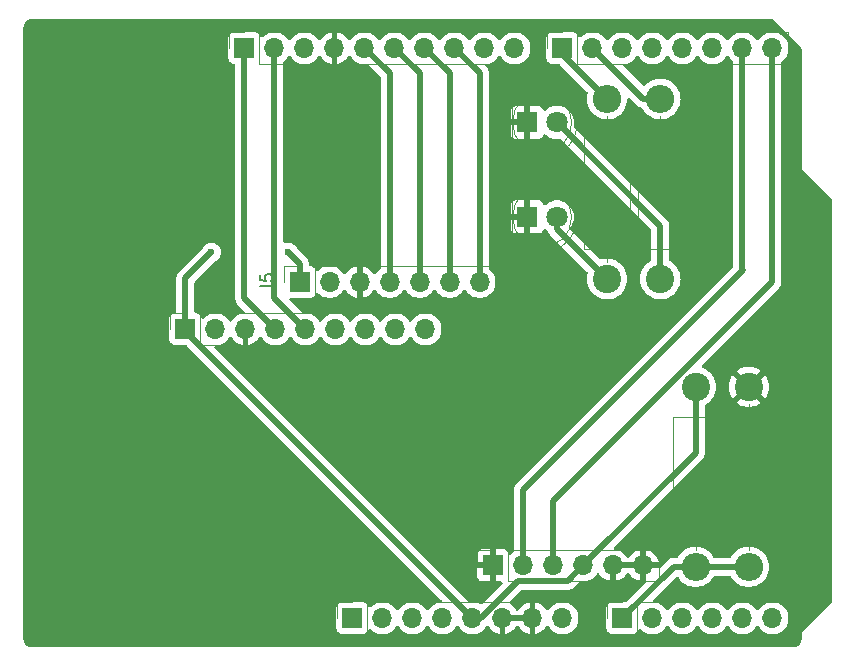
<source format=gbr>
%TF.GenerationSoftware,KiCad,Pcbnew,8.0.8*%
%TF.CreationDate,2025-03-11T12:26:50-06:00*%
%TF.ProjectId,BalloonProject,42616c6c-6f6f-46e5-9072-6f6a6563742e,rev?*%
%TF.SameCoordinates,Original*%
%TF.FileFunction,AssemblyDrawing,Bot*%
%FSLAX46Y46*%
G04 Gerber Fmt 4.6, Leading zero omitted, Abs format (unit mm)*
G04 Created by KiCad (PCBNEW 8.0.8) date 2025-03-11 12:26:50*
%MOMM*%
%LPD*%
G01*
G04 APERTURE LIST*
%ADD10R,1.700000X1.700000*%
%ADD11O,1.700000X1.700000*%
%ADD12R,1.800000X1.800000*%
%ADD13C,1.800000*%
%ADD14C,2.400000*%
%ADD15O,2.400000X2.400000*%
%ADD16C,3.200000*%
%TA.AperFunction,ComponentPad*%
%ADD17R,1.700000X1.700000*%
%TD*%
%TA.AperFunction,ComponentPad*%
%ADD18O,1.700000X1.700000*%
%TD*%
%TA.AperFunction,ComponentPad*%
%ADD19R,1.800000X1.800000*%
%TD*%
%TA.AperFunction,ComponentPad*%
%ADD20C,1.800000*%
%TD*%
%TA.AperFunction,ComponentPad*%
%ADD21C,2.400000*%
%TD*%
%TA.AperFunction,ComponentPad*%
%ADD22O,2.400000X2.400000*%
%TD*%
%TA.AperFunction,ViaPad*%
%ADD23C,0.600000*%
%TD*%
%TA.AperFunction,Conductor*%
%ADD24C,0.508000*%
%TD*%
%ADD25C,0.150000*%
%ADD26C,0.120000*%
G04 APERTURE END LIST*
D10*
%TO.C,J1*%
X127940000Y-97460000D03*
D11*
X130480000Y-97460000D03*
X133020000Y-97460000D03*
X135560000Y-97460000D03*
X138100000Y-97460000D03*
X140640000Y-97460000D03*
X143180000Y-97460000D03*
X145720000Y-97460000D03*
%TD*%
D10*
%TO.C,J3*%
X150800000Y-97460000D03*
D11*
X153340000Y-97460000D03*
X155880000Y-97460000D03*
X158420000Y-97460000D03*
X160960000Y-97460000D03*
X163500000Y-97460000D03*
%TD*%
D10*
%TO.C,J2*%
X118796000Y-49200000D03*
D11*
X121336000Y-49200000D03*
X123876000Y-49200000D03*
X126416000Y-49200000D03*
X128956000Y-49200000D03*
X131496000Y-49200000D03*
X134036000Y-49200000D03*
X136576000Y-49200000D03*
X139116000Y-49200000D03*
X141656000Y-49200000D03*
%TD*%
D10*
%TO.C,J4*%
X145720000Y-49200000D03*
D11*
X148260000Y-49200000D03*
X150800000Y-49200000D03*
X153340000Y-49200000D03*
X155880000Y-49200000D03*
X158420000Y-49200000D03*
X160960000Y-49200000D03*
X163500000Y-49200000D03*
%TD*%
D10*
%TO.C,J6*%
X113800000Y-73000000D03*
D11*
X116340000Y-73000000D03*
X118880000Y-73000000D03*
X121420000Y-73000000D03*
X123960000Y-73000000D03*
X126500000Y-73000000D03*
X129040000Y-73000000D03*
X131580000Y-73000000D03*
X134120000Y-73000000D03*
%TD*%
D12*
%TO.C,D2*%
X142725000Y-55500000D03*
D13*
X145265000Y-55500000D03*
%TD*%
D10*
%TO.C,J7*%
X139840000Y-93000000D03*
D11*
X142380000Y-93000000D03*
X144920000Y-93000000D03*
X147460000Y-93000000D03*
X150000000Y-93000000D03*
X152540000Y-93000000D03*
%TD*%
D14*
%TO.C,R2*%
X149500000Y-68740000D03*
D15*
X149500000Y-53500000D03*
%TD*%
D14*
%TO.C,R3*%
X154000000Y-68740000D03*
D15*
X154000000Y-53500000D03*
%TD*%
D16*
%TO.C,MH1*%
X115240000Y-49200000D03*
%TD*%
D12*
%TO.C,D1*%
X142725000Y-63500000D03*
D13*
X145265000Y-63500000D03*
%TD*%
D10*
%TO.C,J5*%
X123460000Y-69000000D03*
D11*
X126000000Y-69000000D03*
X128540000Y-69000000D03*
X131080000Y-69000000D03*
X133620000Y-69000000D03*
X136160000Y-69000000D03*
X138700000Y-69000000D03*
%TD*%
D16*
%TO.C,MH2*%
X113970000Y-97460000D03*
%TD*%
D14*
%TO.C,NXRT15XH103FA1B030*%
X157000000Y-77880000D03*
D15*
X157000000Y-93120000D03*
%TD*%
D16*
%TO.C,MH3*%
X166040000Y-64440000D03*
%TD*%
D14*
%TO.C,R1*%
X161500000Y-77880000D03*
D15*
X161500000Y-93120000D03*
%TD*%
D16*
%TO.C,MH4*%
X166040000Y-92380000D03*
%TD*%
D17*
%TO.P,J1,1,Pin_1*%
%TO.N,unconnected-(J1-Pin_1-Pad1)*%
X127940000Y-97460000D03*
D18*
%TO.P,J1,2,Pin_2*%
%TO.N,/IOREF*%
X130480000Y-97460000D03*
%TO.P,J1,3,Pin_3*%
%TO.N,/~{RESET}*%
X133020000Y-97460000D03*
%TO.P,J1,4,Pin_4*%
%TO.N,+3V3*%
X135560000Y-97460000D03*
%TO.P,J1,5,Pin_5*%
%TO.N,+5V*%
X138100000Y-97460000D03*
%TO.P,J1,6,Pin_6*%
%TO.N,GND*%
X140640000Y-97460000D03*
%TO.P,J1,7,Pin_7*%
X143180000Y-97460000D03*
%TO.P,J1,8,Pin_8*%
%TO.N,VCC*%
X145720000Y-97460000D03*
%TD*%
D17*
%TO.P,J3,1,Pin_1*%
%TO.N,/A0*%
X150800000Y-97460000D03*
D18*
%TO.P,J3,2,Pin_2*%
%TO.N,/A1*%
X153340000Y-97460000D03*
%TO.P,J3,3,Pin_3*%
%TO.N,/A2*%
X155880000Y-97460000D03*
%TO.P,J3,4,Pin_4*%
%TO.N,/A3*%
X158420000Y-97460000D03*
%TO.P,J3,5,Pin_5*%
%TO.N,unconnected-(J3-Pin_5-Pad5)*%
X160960000Y-97460000D03*
%TO.P,J3,6,Pin_6*%
%TO.N,unconnected-(J3-Pin_6-Pad6)*%
X163500000Y-97460000D03*
%TD*%
D17*
%TO.P,J2,1,Pin_1*%
%TO.N,/I2C_SCL*%
X118796000Y-49200000D03*
D18*
%TO.P,J2,2,Pin_2*%
%TO.N,/I2C_SDA*%
X121336000Y-49200000D03*
%TO.P,J2,3,Pin_3*%
%TO.N,/AREF*%
X123876000Y-49200000D03*
%TO.P,J2,4,Pin_4*%
%TO.N,GND*%
X126416000Y-49200000D03*
%TO.P,J2,5,Pin_5*%
%TO.N,/SPI_SCK*%
X128956000Y-49200000D03*
%TO.P,J2,6,Pin_6*%
%TO.N,/SPI_SDO*%
X131496000Y-49200000D03*
%TO.P,J2,7,Pin_7*%
%TO.N,/SPI_SDI*%
X134036000Y-49200000D03*
%TO.P,J2,8,Pin_8*%
%TO.N,/SPI_CS*%
X136576000Y-49200000D03*
%TO.P,J2,9,Pin_9*%
%TO.N,/\u002A9*%
X139116000Y-49200000D03*
%TO.P,J2,10,Pin_10*%
%TO.N,/8*%
X141656000Y-49200000D03*
%TD*%
D17*
%TO.P,J4,1,Pin_1*%
%TO.N,/RED_LED*%
X145720000Y-49200000D03*
D18*
%TO.P,J4,2,Pin_2*%
%TO.N,/GREEN_LED*%
X148260000Y-49200000D03*
%TO.P,J4,3,Pin_3*%
%TO.N,/\u002A5*%
X150800000Y-49200000D03*
%TO.P,J4,4,Pin_4*%
%TO.N,/4*%
X153340000Y-49200000D03*
%TO.P,J4,5,Pin_5*%
%TO.N,/\u002A3*%
X155880000Y-49200000D03*
%TO.P,J4,6,Pin_6*%
%TO.N,/2*%
X158420000Y-49200000D03*
%TO.P,J4,7,Pin_7*%
%TO.N,/TX{slash}1*%
X160960000Y-49200000D03*
%TO.P,J4,8,Pin_8*%
%TO.N,/RX{slash}0*%
X163500000Y-49200000D03*
%TD*%
D17*
%TO.P,J6,1,Pin_1*%
%TO.N,+5V*%
X113800000Y-73000000D03*
D18*
%TO.P,J6,2,Pin_2*%
%TO.N,unconnected-(J6-Pin_2-Pad2)*%
X116340000Y-73000000D03*
%TO.P,J6,3,Pin_3*%
%TO.N,GND*%
X118880000Y-73000000D03*
%TO.P,J6,4,Pin_4*%
%TO.N,/I2C_SCL*%
X121420000Y-73000000D03*
%TO.P,J6,5,Pin_5*%
%TO.N,/I2C_SDA*%
X123960000Y-73000000D03*
%TO.P,J6,6,Pin_6*%
%TO.N,unconnected-(J6-Pin_6-Pad6)*%
X126500000Y-73000000D03*
%TO.P,J6,7,Pin_7*%
%TO.N,unconnected-(J6-Pin_7-Pad7)*%
X129040000Y-73000000D03*
%TO.P,J6,8,Pin_8*%
%TO.N,unconnected-(J6-Pin_8-Pad8)*%
X131580000Y-73000000D03*
%TO.P,J6,9,Pin_9*%
%TO.N,unconnected-(J6-Pin_9-Pad9)*%
X134120000Y-73000000D03*
%TD*%
D19*
%TO.P,D2,1,K*%
%TO.N,GND*%
X142725000Y-55500000D03*
D20*
%TO.P,D2,2,A*%
%TO.N,Net-(D2-A)*%
X145265000Y-55500000D03*
%TD*%
D17*
%TO.P,J7,1,Pin_1*%
%TO.N,GND*%
X139840000Y-93000000D03*
D18*
%TO.P,J7,2,Pin_2*%
%TO.N,/TX{slash}1*%
X142380000Y-93000000D03*
%TO.P,J7,3,Pin_3*%
%TO.N,/RX{slash}0*%
X144920000Y-93000000D03*
%TO.P,J7,4,Pin_4*%
%TO.N,+5V*%
X147460000Y-93000000D03*
%TO.P,J7,5,Pin_5*%
%TO.N,GND*%
X150000000Y-93000000D03*
%TO.P,J7,6,Pin_6*%
X152540000Y-93000000D03*
%TD*%
D21*
%TO.P,R2,1*%
%TO.N,Net-(D1-A)*%
X149500000Y-68740000D03*
D22*
%TO.P,R2,2*%
%TO.N,/RED_LED*%
X149500000Y-53500000D03*
%TD*%
D21*
%TO.P,R3,1*%
%TO.N,Net-(D2-A)*%
X154000000Y-68740000D03*
D22*
%TO.P,R3,2*%
%TO.N,/GREEN_LED*%
X154000000Y-53500000D03*
%TD*%
D19*
%TO.P,D1,1,K*%
%TO.N,GND*%
X142725000Y-63500000D03*
D20*
%TO.P,D1,2,A*%
%TO.N,Net-(D1-A)*%
X145265000Y-63500000D03*
%TD*%
D17*
%TO.P,J5,1,Pin_1*%
%TO.N,+5V*%
X123460000Y-69000000D03*
D18*
%TO.P,J5,2,Pin_2*%
%TO.N,unconnected-(J5-Pin_2-Pad2)*%
X126000000Y-69000000D03*
%TO.P,J5,3,Pin_3*%
%TO.N,GND*%
X128540000Y-69000000D03*
%TO.P,J5,4,Pin_4*%
%TO.N,/SPI_SCK*%
X131080000Y-69000000D03*
%TO.P,J5,5,Pin_5*%
%TO.N,/SPI_SDO*%
X133620000Y-69000000D03*
%TO.P,J5,6,Pin_6*%
%TO.N,/SPI_SDI*%
X136160000Y-69000000D03*
%TO.P,J5,7,Pin_7*%
%TO.N,/SPI_CS*%
X138700000Y-69000000D03*
%TD*%
D21*
%TO.P,NXRT15XH103FA1B030,1*%
%TO.N,+5V*%
X157000000Y-77880000D03*
D22*
%TO.P,NXRT15XH103FA1B030,2*%
%TO.N,/A0*%
X157000000Y-93120000D03*
%TD*%
D21*
%TO.P,R1,1*%
%TO.N,GND*%
X161500000Y-77880000D03*
D22*
%TO.P,R1,2*%
%TO.N,/A0*%
X161500000Y-93120000D03*
%TD*%
D23*
%TO.N,+5V*%
X116000000Y-66500000D03*
X122500000Y-66500000D03*
%TD*%
D24*
%TO.N,+5V*%
X113800000Y-73000000D02*
X113800000Y-73160000D01*
X113800000Y-68700000D02*
X116000000Y-66500000D01*
X113800000Y-73000000D02*
X113800000Y-68700000D01*
X157000000Y-83460000D02*
X147460000Y-93000000D01*
X123460000Y-67460000D02*
X122500000Y-66500000D01*
X157000000Y-77880000D02*
X157000000Y-83460000D01*
X123460000Y-69000000D02*
X123460000Y-67460000D01*
X113800000Y-73160000D02*
X138100000Y-97460000D01*
X138795865Y-97460000D02*
X141951865Y-94304000D01*
X141951865Y-94304000D02*
X146156000Y-94304000D01*
X138100000Y-97460000D02*
X138795865Y-97460000D01*
X146156000Y-94304000D02*
X147460000Y-93000000D01*
%TO.N,/A0*%
X157000000Y-93120000D02*
X155140000Y-93120000D01*
X155140000Y-93120000D02*
X150800000Y-97460000D01*
X157000000Y-93120000D02*
X161500000Y-93120000D01*
%TO.N,Net-(D1-A)*%
X149500000Y-68740000D02*
X145265000Y-64505000D01*
X145265000Y-64505000D02*
X145265000Y-63500000D01*
%TO.N,Net-(D2-A)*%
X154000000Y-64235000D02*
X145265000Y-55500000D01*
X154000000Y-68740000D02*
X154000000Y-64235000D01*
%TO.N,/SPI_SDI*%
X136160000Y-51324000D02*
X134036000Y-49200000D01*
X136160000Y-69000000D02*
X136160000Y-51324000D01*
%TO.N,/I2C_SCL*%
X118796000Y-70376000D02*
X118796000Y-49200000D01*
X121420000Y-73000000D02*
X118796000Y-70376000D01*
%TO.N,/SPI_SDO*%
X133620000Y-51324000D02*
X131496000Y-49200000D01*
X133620000Y-69000000D02*
X133620000Y-51324000D01*
%TO.N,/SPI_SCK*%
X131080000Y-69000000D02*
X131080000Y-51324000D01*
X131080000Y-51324000D02*
X128956000Y-49200000D01*
%TO.N,/TX{slash}1*%
X160960000Y-49200000D02*
X160960000Y-67960000D01*
X142380000Y-86620000D02*
X142380000Y-93000000D01*
X160960000Y-67960000D02*
X161000000Y-68000000D01*
X161000000Y-68000000D02*
X142380000Y-86620000D01*
%TO.N,/RX{slash}0*%
X144920000Y-93000000D02*
X144920000Y-87580000D01*
X163500000Y-69000000D02*
X163500000Y-49200000D01*
X144920000Y-87580000D02*
X163500000Y-69000000D01*
%TO.N,/SPI_CS*%
X138700000Y-51324000D02*
X136576000Y-49200000D01*
X138700000Y-69000000D02*
X138700000Y-51324000D01*
%TO.N,/I2C_SDA*%
X121336000Y-70376000D02*
X121336000Y-49200000D01*
X123960000Y-73000000D02*
X121336000Y-70376000D01*
%TO.N,/RED_LED*%
X145720000Y-49720000D02*
X145720000Y-49200000D01*
X145448000Y-49472000D02*
X145720000Y-49200000D01*
X149500000Y-53500000D02*
X145720000Y-49720000D01*
%TO.N,/GREEN_LED*%
X152560000Y-53500000D02*
X148260000Y-49200000D01*
X154000000Y-53500000D02*
X152560000Y-53500000D01*
%TD*%
%TA.AperFunction,Conductor*%
%TO.N,GND*%
G36*
X142714075Y-97267007D02*
G01*
X142680000Y-97394174D01*
X142680000Y-97525826D01*
X142714075Y-97652993D01*
X142746988Y-97710000D01*
X141073012Y-97710000D01*
X141105925Y-97652993D01*
X141140000Y-97525826D01*
X141140000Y-97394174D01*
X141105925Y-97267007D01*
X141073012Y-97210000D01*
X142746988Y-97210000D01*
X142714075Y-97267007D01*
G37*
%TD.AperFunction*%
%TA.AperFunction,Conductor*%
G36*
X152074075Y-92807007D02*
G01*
X152040000Y-92934174D01*
X152040000Y-93065826D01*
X152074075Y-93192993D01*
X152106988Y-93250000D01*
X150433012Y-93250000D01*
X150465925Y-93192993D01*
X150500000Y-93065826D01*
X150500000Y-92934174D01*
X150465925Y-92807007D01*
X150433012Y-92750000D01*
X152106988Y-92750000D01*
X152074075Y-92807007D01*
G37*
%TD.AperFunction*%
%TA.AperFunction,Conductor*%
G36*
X126666000Y-50530633D02*
G01*
X126879483Y-50473433D01*
X126879492Y-50473429D01*
X127093578Y-50373600D01*
X127287082Y-50238105D01*
X127454105Y-50071082D01*
X127580868Y-49890048D01*
X127635445Y-49846423D01*
X127704944Y-49839231D01*
X127767298Y-49870753D01*
X127786251Y-49893350D01*
X127880276Y-50037265D01*
X127880284Y-50037276D01*
X128032756Y-50202902D01*
X128032761Y-50202907D01*
X128032766Y-50202911D01*
X128210424Y-50341189D01*
X128210425Y-50341189D01*
X128210427Y-50341191D01*
X128270314Y-50373600D01*
X128408426Y-50448342D01*
X128605567Y-50516020D01*
X128618906Y-50520600D01*
X128621365Y-50521444D01*
X128843431Y-50558500D01*
X129068567Y-50558500D01*
X129068569Y-50558500D01*
X129149239Y-50545038D01*
X129218601Y-50553420D01*
X129257328Y-50579666D01*
X130281181Y-51603519D01*
X130314666Y-51664842D01*
X130317500Y-51691200D01*
X130317500Y-67811363D01*
X130297815Y-67878402D01*
X130269664Y-67909216D01*
X130156756Y-67997097D01*
X130004284Y-68162723D01*
X130004276Y-68162734D01*
X129910251Y-68306650D01*
X129857105Y-68352007D01*
X129787873Y-68361430D01*
X129724538Y-68331928D01*
X129704868Y-68309951D01*
X129578113Y-68128926D01*
X129578108Y-68128920D01*
X129411082Y-67961894D01*
X129217578Y-67826399D01*
X129003492Y-67726570D01*
X129003486Y-67726567D01*
X128790000Y-67669364D01*
X128790000Y-68566988D01*
X128732993Y-68534075D01*
X128605826Y-68500000D01*
X128474174Y-68500000D01*
X128347007Y-68534075D01*
X128290000Y-68566988D01*
X128290000Y-67669364D01*
X128289999Y-67669364D01*
X128076513Y-67726567D01*
X128076507Y-67726570D01*
X127862422Y-67826399D01*
X127862420Y-67826400D01*
X127668926Y-67961886D01*
X127668920Y-67961891D01*
X127501891Y-68128920D01*
X127501890Y-68128922D01*
X127375131Y-68309952D01*
X127320554Y-68353577D01*
X127251055Y-68360769D01*
X127188701Y-68329247D01*
X127169752Y-68306656D01*
X127075722Y-68162732D01*
X127075715Y-68162725D01*
X127075715Y-68162723D01*
X126923243Y-67997097D01*
X126923238Y-67997092D01*
X126745577Y-67858812D01*
X126745572Y-67858808D01*
X126547580Y-67751661D01*
X126547577Y-67751659D01*
X126547574Y-67751658D01*
X126547571Y-67751657D01*
X126547569Y-67751656D01*
X126334637Y-67678556D01*
X126112569Y-67641500D01*
X125887431Y-67641500D01*
X125665362Y-67678556D01*
X125452430Y-67751656D01*
X125452419Y-67751661D01*
X125254427Y-67858808D01*
X125254422Y-67858812D01*
X125076761Y-67997092D01*
X125013548Y-68065760D01*
X124953661Y-68101750D01*
X124883823Y-68099649D01*
X124826207Y-68060124D01*
X124806138Y-68025110D01*
X124760889Y-67903796D01*
X124727214Y-67858812D01*
X124673261Y-67786739D01*
X124556204Y-67699111D01*
X124419203Y-67648011D01*
X124358654Y-67641500D01*
X124358638Y-67641500D01*
X124346500Y-67641500D01*
X124279461Y-67621815D01*
X124233706Y-67569011D01*
X124222500Y-67517500D01*
X124222500Y-67384897D01*
X124193198Y-67237592D01*
X124193197Y-67237591D01*
X124193197Y-67237587D01*
X124135718Y-67098821D01*
X124090736Y-67031500D01*
X124090736Y-67031499D01*
X124052271Y-66973932D01*
X124052268Y-66973929D01*
X123255112Y-66176774D01*
X123237725Y-66152267D01*
X123236748Y-66152882D01*
X123136110Y-65992718D01*
X123007281Y-65863889D01*
X122853017Y-65766958D01*
X122853016Y-65766957D01*
X122853015Y-65766957D01*
X122798693Y-65747949D01*
X122681046Y-65706782D01*
X122681041Y-65706781D01*
X122500004Y-65686384D01*
X122499996Y-65686384D01*
X122318958Y-65706781D01*
X122318950Y-65706783D01*
X122263454Y-65726202D01*
X122193675Y-65729763D01*
X122133048Y-65695034D01*
X122100821Y-65633040D01*
X122098500Y-65609160D01*
X122098500Y-50388635D01*
X122118185Y-50321596D01*
X122146338Y-50290782D01*
X122169910Y-50272434D01*
X122259240Y-50202906D01*
X122380594Y-50071082D01*
X122411715Y-50037276D01*
X122411715Y-50037275D01*
X122411722Y-50037268D01*
X122502193Y-49898790D01*
X122555338Y-49853437D01*
X122624569Y-49844013D01*
X122687905Y-49873515D01*
X122709804Y-49898787D01*
X122800278Y-50037268D01*
X122800283Y-50037273D01*
X122800284Y-50037276D01*
X122952756Y-50202902D01*
X122952761Y-50202907D01*
X122952766Y-50202911D01*
X123130424Y-50341189D01*
X123130425Y-50341189D01*
X123130427Y-50341191D01*
X123190314Y-50373600D01*
X123328426Y-50448342D01*
X123525567Y-50516020D01*
X123538906Y-50520600D01*
X123541365Y-50521444D01*
X123763431Y-50558500D01*
X123988569Y-50558500D01*
X124210635Y-50521444D01*
X124423574Y-50448342D01*
X124621576Y-50341189D01*
X124799240Y-50202906D01*
X124920594Y-50071082D01*
X124951715Y-50037276D01*
X124951715Y-50037275D01*
X124951722Y-50037268D01*
X125045749Y-49893347D01*
X125098894Y-49847994D01*
X125168125Y-49838570D01*
X125231461Y-49868072D01*
X125251130Y-49890048D01*
X125377890Y-50071078D01*
X125544917Y-50238105D01*
X125738421Y-50373600D01*
X125952507Y-50473429D01*
X125952516Y-50473433D01*
X126166000Y-50530634D01*
X126166000Y-49633012D01*
X126223007Y-49665925D01*
X126350174Y-49700000D01*
X126481826Y-49700000D01*
X126608993Y-49665925D01*
X126666000Y-49633012D01*
X126666000Y-50530633D01*
G37*
%TD.AperFunction*%
%TA.AperFunction,Conductor*%
G36*
X163484404Y-46755185D02*
G01*
X163505046Y-46771819D01*
X165928181Y-49194954D01*
X165961666Y-49256277D01*
X165964500Y-49282635D01*
X165964500Y-59344982D01*
X165964500Y-59375018D01*
X165975994Y-59402767D01*
X165975995Y-59402768D01*
X168468181Y-61894954D01*
X168501666Y-61956277D01*
X168504500Y-61982635D01*
X168504500Y-96107364D01*
X168484815Y-96174403D01*
X168468181Y-96195045D01*
X165997233Y-98665994D01*
X165975995Y-98687231D01*
X165964500Y-98714982D01*
X165964500Y-99231907D01*
X165963903Y-99244062D01*
X165952505Y-99359778D01*
X165947763Y-99383618D01*
X165917832Y-99482290D01*
X165915789Y-99489024D01*
X165906486Y-99511482D01*
X165854561Y-99608627D01*
X165841056Y-99628839D01*
X165771176Y-99713988D01*
X165753988Y-99731176D01*
X165668839Y-99801056D01*
X165648627Y-99814561D01*
X165551482Y-99866486D01*
X165529028Y-99875787D01*
X165487028Y-99888528D01*
X165423618Y-99907763D01*
X165399778Y-99912505D01*
X165291162Y-99923203D01*
X165284060Y-99923903D01*
X165271907Y-99924500D01*
X100768093Y-99924500D01*
X100755939Y-99923903D01*
X100747995Y-99923120D01*
X100640221Y-99912505D01*
X100616381Y-99907763D01*
X100599445Y-99902625D01*
X100510968Y-99875786D01*
X100488517Y-99866486D01*
X100391372Y-99814561D01*
X100371160Y-99801056D01*
X100286011Y-99731176D01*
X100268823Y-99713988D01*
X100198943Y-99628839D01*
X100185438Y-99608627D01*
X100133510Y-99511476D01*
X100124215Y-99489037D01*
X100092234Y-99383612D01*
X100087494Y-99359777D01*
X100076097Y-99244061D01*
X100075500Y-99231907D01*
X100075500Y-72101345D01*
X112441500Y-72101345D01*
X112441500Y-73898654D01*
X112448011Y-73959202D01*
X112448011Y-73959204D01*
X112499111Y-74096204D01*
X112586739Y-74213261D01*
X112703796Y-74300889D01*
X112840799Y-74351989D01*
X112868050Y-74354918D01*
X112901345Y-74358499D01*
X112901362Y-74358500D01*
X113868800Y-74358500D01*
X113935839Y-74378185D01*
X113956481Y-74394819D01*
X135461971Y-95900309D01*
X135495456Y-95961632D01*
X135490472Y-96031324D01*
X135448600Y-96087257D01*
X135394700Y-96110299D01*
X135225361Y-96138556D01*
X135012430Y-96211656D01*
X135012419Y-96211661D01*
X134814427Y-96318808D01*
X134814422Y-96318812D01*
X134636761Y-96457092D01*
X134636756Y-96457097D01*
X134484284Y-96622723D01*
X134484276Y-96622734D01*
X134393808Y-96761206D01*
X134340662Y-96806562D01*
X134271431Y-96815986D01*
X134208095Y-96786484D01*
X134186192Y-96761206D01*
X134095723Y-96622734D01*
X134095715Y-96622723D01*
X133943243Y-96457097D01*
X133943238Y-96457092D01*
X133765577Y-96318812D01*
X133765572Y-96318808D01*
X133567580Y-96211661D01*
X133567577Y-96211659D01*
X133567574Y-96211658D01*
X133567571Y-96211657D01*
X133567569Y-96211656D01*
X133354637Y-96138556D01*
X133132569Y-96101500D01*
X132907431Y-96101500D01*
X132685362Y-96138556D01*
X132472430Y-96211656D01*
X132472419Y-96211661D01*
X132274427Y-96318808D01*
X132274422Y-96318812D01*
X132096761Y-96457092D01*
X132096756Y-96457097D01*
X131944284Y-96622723D01*
X131944276Y-96622734D01*
X131853808Y-96761206D01*
X131800662Y-96806562D01*
X131731431Y-96815986D01*
X131668095Y-96786484D01*
X131646192Y-96761206D01*
X131555723Y-96622734D01*
X131555715Y-96622723D01*
X131403243Y-96457097D01*
X131403238Y-96457092D01*
X131225577Y-96318812D01*
X131225572Y-96318808D01*
X131027580Y-96211661D01*
X131027577Y-96211659D01*
X131027574Y-96211658D01*
X131027571Y-96211657D01*
X131027569Y-96211656D01*
X130814637Y-96138556D01*
X130592569Y-96101500D01*
X130367431Y-96101500D01*
X130145362Y-96138556D01*
X129932430Y-96211656D01*
X129932419Y-96211661D01*
X129734427Y-96318808D01*
X129734422Y-96318812D01*
X129556761Y-96457092D01*
X129493548Y-96525760D01*
X129433661Y-96561750D01*
X129363823Y-96559649D01*
X129306207Y-96520124D01*
X129286138Y-96485110D01*
X129240889Y-96363796D01*
X129240888Y-96363795D01*
X129153261Y-96246739D01*
X129036204Y-96159111D01*
X129035172Y-96158726D01*
X128899203Y-96108011D01*
X128838654Y-96101500D01*
X128838638Y-96101500D01*
X127041362Y-96101500D01*
X127041345Y-96101500D01*
X126980797Y-96108011D01*
X126980795Y-96108011D01*
X126843795Y-96159111D01*
X126726739Y-96246739D01*
X126639111Y-96363795D01*
X126588011Y-96500795D01*
X126588011Y-96500797D01*
X126581500Y-96561345D01*
X126581500Y-98358654D01*
X126588011Y-98419202D01*
X126588011Y-98419204D01*
X126639111Y-98556204D01*
X126726739Y-98673261D01*
X126843796Y-98760889D01*
X126980799Y-98811989D01*
X127008050Y-98814918D01*
X127041345Y-98818499D01*
X127041362Y-98818500D01*
X128838638Y-98818500D01*
X128838654Y-98818499D01*
X128865692Y-98815591D01*
X128899201Y-98811989D01*
X129036204Y-98760889D01*
X129153261Y-98673261D01*
X129240889Y-98556204D01*
X129286138Y-98434887D01*
X129328009Y-98378956D01*
X129393474Y-98354539D01*
X129461746Y-98369391D01*
X129493545Y-98394236D01*
X129556760Y-98462906D01*
X129734424Y-98601189D01*
X129734425Y-98601189D01*
X129734427Y-98601191D01*
X129861135Y-98669761D01*
X129932426Y-98708342D01*
X130145365Y-98781444D01*
X130367431Y-98818500D01*
X130592569Y-98818500D01*
X130814635Y-98781444D01*
X131027574Y-98708342D01*
X131225576Y-98601189D01*
X131403240Y-98462906D01*
X131524594Y-98331082D01*
X131555715Y-98297276D01*
X131555715Y-98297275D01*
X131555722Y-98297268D01*
X131646193Y-98158790D01*
X131699338Y-98113437D01*
X131768569Y-98104013D01*
X131831905Y-98133515D01*
X131853804Y-98158787D01*
X131944278Y-98297268D01*
X131944283Y-98297273D01*
X131944284Y-98297276D01*
X132070968Y-98434889D01*
X132096760Y-98462906D01*
X132274424Y-98601189D01*
X132274425Y-98601189D01*
X132274427Y-98601191D01*
X132401135Y-98669761D01*
X132472426Y-98708342D01*
X132685365Y-98781444D01*
X132907431Y-98818500D01*
X133132569Y-98818500D01*
X133354635Y-98781444D01*
X133567574Y-98708342D01*
X133765576Y-98601189D01*
X133943240Y-98462906D01*
X134064594Y-98331082D01*
X134095715Y-98297276D01*
X134095715Y-98297275D01*
X134095722Y-98297268D01*
X134186193Y-98158790D01*
X134239338Y-98113437D01*
X134308569Y-98104013D01*
X134371905Y-98133515D01*
X134393804Y-98158787D01*
X134484278Y-98297268D01*
X134484283Y-98297273D01*
X134484284Y-98297276D01*
X134610968Y-98434889D01*
X134636760Y-98462906D01*
X134814424Y-98601189D01*
X134814425Y-98601189D01*
X134814427Y-98601191D01*
X134941135Y-98669761D01*
X135012426Y-98708342D01*
X135225365Y-98781444D01*
X135447431Y-98818500D01*
X135672569Y-98818500D01*
X135894635Y-98781444D01*
X136107574Y-98708342D01*
X136305576Y-98601189D01*
X136483240Y-98462906D01*
X136604594Y-98331082D01*
X136635715Y-98297276D01*
X136635715Y-98297275D01*
X136635722Y-98297268D01*
X136726193Y-98158790D01*
X136779338Y-98113437D01*
X136848569Y-98104013D01*
X136911905Y-98133515D01*
X136933804Y-98158787D01*
X137024278Y-98297268D01*
X137024283Y-98297273D01*
X137024284Y-98297276D01*
X137150968Y-98434889D01*
X137176760Y-98462906D01*
X137354424Y-98601189D01*
X137354425Y-98601189D01*
X137354427Y-98601191D01*
X137481135Y-98669761D01*
X137552426Y-98708342D01*
X137765365Y-98781444D01*
X137987431Y-98818500D01*
X138212569Y-98818500D01*
X138434635Y-98781444D01*
X138647574Y-98708342D01*
X138845576Y-98601189D01*
X139023240Y-98462906D01*
X139144594Y-98331082D01*
X139175715Y-98297276D01*
X139175715Y-98297275D01*
X139175722Y-98297268D01*
X139269749Y-98153347D01*
X139322894Y-98107994D01*
X139392125Y-98098570D01*
X139455461Y-98128072D01*
X139475130Y-98150048D01*
X139601890Y-98331078D01*
X139768917Y-98498105D01*
X139962421Y-98633600D01*
X140176507Y-98733429D01*
X140176516Y-98733433D01*
X140390000Y-98790634D01*
X140390000Y-97893012D01*
X140447007Y-97925925D01*
X140574174Y-97960000D01*
X140705826Y-97960000D01*
X140832993Y-97925925D01*
X140890000Y-97893012D01*
X140890000Y-98790633D01*
X141103483Y-98733433D01*
X141103492Y-98733429D01*
X141317578Y-98633600D01*
X141511082Y-98498105D01*
X141678105Y-98331082D01*
X141808425Y-98144968D01*
X141863002Y-98101344D01*
X141932501Y-98094151D01*
X141994855Y-98125673D01*
X142011575Y-98144968D01*
X142141894Y-98331082D01*
X142308917Y-98498105D01*
X142502421Y-98633600D01*
X142716507Y-98733429D01*
X142716516Y-98733433D01*
X142930000Y-98790634D01*
X142930000Y-97893012D01*
X142987007Y-97925925D01*
X143114174Y-97960000D01*
X143245826Y-97960000D01*
X143372993Y-97925925D01*
X143430000Y-97893012D01*
X143430000Y-98790633D01*
X143643483Y-98733433D01*
X143643492Y-98733429D01*
X143857578Y-98633600D01*
X144051082Y-98498105D01*
X144218105Y-98331082D01*
X144344868Y-98150048D01*
X144399445Y-98106423D01*
X144468944Y-98099231D01*
X144531298Y-98130753D01*
X144550251Y-98153350D01*
X144644276Y-98297265D01*
X144644284Y-98297276D01*
X144770968Y-98434889D01*
X144796760Y-98462906D01*
X144974424Y-98601189D01*
X144974425Y-98601189D01*
X144974427Y-98601191D01*
X145101135Y-98669761D01*
X145172426Y-98708342D01*
X145385365Y-98781444D01*
X145607431Y-98818500D01*
X145832569Y-98818500D01*
X146054635Y-98781444D01*
X146267574Y-98708342D01*
X146465576Y-98601189D01*
X146643240Y-98462906D01*
X146764594Y-98331082D01*
X146795715Y-98297276D01*
X146795717Y-98297273D01*
X146795722Y-98297268D01*
X146918860Y-98108791D01*
X147009296Y-97902616D01*
X147064564Y-97684368D01*
X147083156Y-97460000D01*
X147077701Y-97394174D01*
X147064565Y-97235640D01*
X147064563Y-97235628D01*
X147009296Y-97017385D01*
X146999071Y-96994075D01*
X146918860Y-96811209D01*
X146902706Y-96786484D01*
X146795723Y-96622734D01*
X146795715Y-96622723D01*
X146643243Y-96457097D01*
X146643238Y-96457092D01*
X146465577Y-96318812D01*
X146465572Y-96318808D01*
X146267580Y-96211661D01*
X146267577Y-96211659D01*
X146267574Y-96211658D01*
X146267571Y-96211657D01*
X146267569Y-96211656D01*
X146054637Y-96138556D01*
X145832569Y-96101500D01*
X145607431Y-96101500D01*
X145385362Y-96138556D01*
X145172430Y-96211656D01*
X145172419Y-96211661D01*
X144974427Y-96318808D01*
X144974422Y-96318812D01*
X144796761Y-96457092D01*
X144796756Y-96457097D01*
X144644284Y-96622723D01*
X144644276Y-96622734D01*
X144550251Y-96766650D01*
X144497105Y-96812007D01*
X144427873Y-96821430D01*
X144364538Y-96791928D01*
X144344868Y-96769951D01*
X144218113Y-96588926D01*
X144218108Y-96588920D01*
X144051082Y-96421894D01*
X143857578Y-96286399D01*
X143643492Y-96186570D01*
X143643486Y-96186567D01*
X143430000Y-96129364D01*
X143430000Y-97026988D01*
X143372993Y-96994075D01*
X143245826Y-96960000D01*
X143114174Y-96960000D01*
X142987007Y-96994075D01*
X142930000Y-97026988D01*
X142930000Y-96129364D01*
X142929999Y-96129364D01*
X142716513Y-96186567D01*
X142716507Y-96186570D01*
X142502422Y-96286399D01*
X142502420Y-96286400D01*
X142308926Y-96421886D01*
X142308920Y-96421891D01*
X142141891Y-96588920D01*
X142141890Y-96588922D01*
X142011575Y-96775031D01*
X141956998Y-96818655D01*
X141887499Y-96825848D01*
X141825145Y-96794326D01*
X141808425Y-96775031D01*
X141678109Y-96588922D01*
X141678108Y-96588920D01*
X141511082Y-96421894D01*
X141317578Y-96286399D01*
X141294092Y-96275448D01*
X141241653Y-96229275D01*
X141222501Y-96162082D01*
X141242717Y-96095201D01*
X141258808Y-96075393D01*
X142231384Y-95102819D01*
X142292707Y-95069334D01*
X142319065Y-95066500D01*
X146231102Y-95066500D01*
X146330204Y-95046786D01*
X146378413Y-95037197D01*
X146517179Y-94979718D01*
X146642065Y-94896273D01*
X147158672Y-94379664D01*
X147219993Y-94346181D01*
X147266757Y-94345038D01*
X147347431Y-94358500D01*
X147347432Y-94358500D01*
X147572569Y-94358500D01*
X147794635Y-94321444D01*
X148007574Y-94248342D01*
X148205576Y-94141189D01*
X148383240Y-94002906D01*
X148504594Y-93871082D01*
X148535715Y-93837276D01*
X148535715Y-93837275D01*
X148535722Y-93837268D01*
X148629749Y-93693347D01*
X148682894Y-93647994D01*
X148752125Y-93638570D01*
X148815461Y-93668072D01*
X148835130Y-93690048D01*
X148961890Y-93871078D01*
X149128917Y-94038105D01*
X149322421Y-94173600D01*
X149536507Y-94273429D01*
X149536516Y-94273433D01*
X149750000Y-94330634D01*
X149750000Y-93433012D01*
X149807007Y-93465925D01*
X149934174Y-93500000D01*
X150065826Y-93500000D01*
X150192993Y-93465925D01*
X150250000Y-93433012D01*
X150250000Y-94330633D01*
X150463483Y-94273433D01*
X150463492Y-94273429D01*
X150677578Y-94173600D01*
X150871082Y-94038105D01*
X151038105Y-93871082D01*
X151168425Y-93684968D01*
X151223002Y-93641344D01*
X151292501Y-93634151D01*
X151354855Y-93665673D01*
X151371575Y-93684968D01*
X151501894Y-93871082D01*
X151668917Y-94038105D01*
X151862421Y-94173600D01*
X152076507Y-94273429D01*
X152076516Y-94273433D01*
X152290000Y-94330634D01*
X152290000Y-93433012D01*
X152347007Y-93465925D01*
X152474174Y-93500000D01*
X152605826Y-93500000D01*
X152732993Y-93465925D01*
X152790000Y-93433012D01*
X152790000Y-94340299D01*
X152770315Y-94407338D01*
X152753681Y-94427980D01*
X151116481Y-96065181D01*
X151055158Y-96098666D01*
X151028800Y-96101500D01*
X149901345Y-96101500D01*
X149840797Y-96108011D01*
X149840795Y-96108011D01*
X149703795Y-96159111D01*
X149586739Y-96246739D01*
X149499111Y-96363795D01*
X149448011Y-96500795D01*
X149448011Y-96500797D01*
X149441500Y-96561345D01*
X149441500Y-98358654D01*
X149448011Y-98419202D01*
X149448011Y-98419204D01*
X149499111Y-98556204D01*
X149586739Y-98673261D01*
X149703796Y-98760889D01*
X149840799Y-98811989D01*
X149868050Y-98814918D01*
X149901345Y-98818499D01*
X149901362Y-98818500D01*
X151698638Y-98818500D01*
X151698654Y-98818499D01*
X151725692Y-98815591D01*
X151759201Y-98811989D01*
X151896204Y-98760889D01*
X152013261Y-98673261D01*
X152100889Y-98556204D01*
X152146138Y-98434887D01*
X152188009Y-98378956D01*
X152253474Y-98354539D01*
X152321746Y-98369391D01*
X152353545Y-98394236D01*
X152416760Y-98462906D01*
X152594424Y-98601189D01*
X152594425Y-98601189D01*
X152594427Y-98601191D01*
X152721135Y-98669761D01*
X152792426Y-98708342D01*
X153005365Y-98781444D01*
X153227431Y-98818500D01*
X153452569Y-98818500D01*
X153674635Y-98781444D01*
X153887574Y-98708342D01*
X154085576Y-98601189D01*
X154263240Y-98462906D01*
X154384594Y-98331082D01*
X154415715Y-98297276D01*
X154415715Y-98297275D01*
X154415722Y-98297268D01*
X154506193Y-98158790D01*
X154559338Y-98113437D01*
X154628569Y-98104013D01*
X154691905Y-98133515D01*
X154713804Y-98158787D01*
X154804278Y-98297268D01*
X154804283Y-98297273D01*
X154804284Y-98297276D01*
X154930968Y-98434889D01*
X154956760Y-98462906D01*
X155134424Y-98601189D01*
X155134425Y-98601189D01*
X155134427Y-98601191D01*
X155261135Y-98669761D01*
X155332426Y-98708342D01*
X155545365Y-98781444D01*
X155767431Y-98818500D01*
X155992569Y-98818500D01*
X156214635Y-98781444D01*
X156427574Y-98708342D01*
X156625576Y-98601189D01*
X156803240Y-98462906D01*
X156924594Y-98331082D01*
X156955715Y-98297276D01*
X156955715Y-98297275D01*
X156955722Y-98297268D01*
X157046193Y-98158790D01*
X157099338Y-98113437D01*
X157168569Y-98104013D01*
X157231905Y-98133515D01*
X157253804Y-98158787D01*
X157344278Y-98297268D01*
X157344283Y-98297273D01*
X157344284Y-98297276D01*
X157470968Y-98434889D01*
X157496760Y-98462906D01*
X157674424Y-98601189D01*
X157674425Y-98601189D01*
X157674427Y-98601191D01*
X157801135Y-98669761D01*
X157872426Y-98708342D01*
X158085365Y-98781444D01*
X158307431Y-98818500D01*
X158532569Y-98818500D01*
X158754635Y-98781444D01*
X158967574Y-98708342D01*
X159165576Y-98601189D01*
X159343240Y-98462906D01*
X159464594Y-98331082D01*
X159495715Y-98297276D01*
X159495715Y-98297275D01*
X159495722Y-98297268D01*
X159586193Y-98158790D01*
X159639338Y-98113437D01*
X159708569Y-98104013D01*
X159771905Y-98133515D01*
X159793804Y-98158787D01*
X159884278Y-98297268D01*
X159884283Y-98297273D01*
X159884284Y-98297276D01*
X160010968Y-98434889D01*
X160036760Y-98462906D01*
X160214424Y-98601189D01*
X160214425Y-98601189D01*
X160214427Y-98601191D01*
X160341135Y-98669761D01*
X160412426Y-98708342D01*
X160625365Y-98781444D01*
X160847431Y-98818500D01*
X161072569Y-98818500D01*
X161294635Y-98781444D01*
X161507574Y-98708342D01*
X161705576Y-98601189D01*
X161883240Y-98462906D01*
X162004594Y-98331082D01*
X162035715Y-98297276D01*
X162035715Y-98297275D01*
X162035722Y-98297268D01*
X162126193Y-98158790D01*
X162179338Y-98113437D01*
X162248569Y-98104013D01*
X162311905Y-98133515D01*
X162333804Y-98158787D01*
X162424278Y-98297268D01*
X162424283Y-98297273D01*
X162424284Y-98297276D01*
X162550968Y-98434889D01*
X162576760Y-98462906D01*
X162754424Y-98601189D01*
X162754425Y-98601189D01*
X162754427Y-98601191D01*
X162881135Y-98669761D01*
X162952426Y-98708342D01*
X163165365Y-98781444D01*
X163387431Y-98818500D01*
X163612569Y-98818500D01*
X163834635Y-98781444D01*
X164047574Y-98708342D01*
X164245576Y-98601189D01*
X164423240Y-98462906D01*
X164544594Y-98331082D01*
X164575715Y-98297276D01*
X164575717Y-98297273D01*
X164575722Y-98297268D01*
X164698860Y-98108791D01*
X164789296Y-97902616D01*
X164844564Y-97684368D01*
X164863156Y-97460000D01*
X164857701Y-97394174D01*
X164844565Y-97235640D01*
X164844563Y-97235628D01*
X164789296Y-97017385D01*
X164779071Y-96994075D01*
X164698860Y-96811209D01*
X164682706Y-96786484D01*
X164575723Y-96622734D01*
X164575715Y-96622723D01*
X164423243Y-96457097D01*
X164423238Y-96457092D01*
X164245577Y-96318812D01*
X164245572Y-96318808D01*
X164047580Y-96211661D01*
X164047577Y-96211659D01*
X164047574Y-96211658D01*
X164047571Y-96211657D01*
X164047569Y-96211656D01*
X163834637Y-96138556D01*
X163612569Y-96101500D01*
X163387431Y-96101500D01*
X163165362Y-96138556D01*
X162952430Y-96211656D01*
X162952419Y-96211661D01*
X162754427Y-96318808D01*
X162754422Y-96318812D01*
X162576761Y-96457092D01*
X162576756Y-96457097D01*
X162424284Y-96622723D01*
X162424276Y-96622734D01*
X162333808Y-96761206D01*
X162280662Y-96806562D01*
X162211431Y-96815986D01*
X162148095Y-96786484D01*
X162126192Y-96761206D01*
X162035723Y-96622734D01*
X162035715Y-96622723D01*
X161883243Y-96457097D01*
X161883238Y-96457092D01*
X161705577Y-96318812D01*
X161705572Y-96318808D01*
X161507580Y-96211661D01*
X161507577Y-96211659D01*
X161507574Y-96211658D01*
X161507571Y-96211657D01*
X161507569Y-96211656D01*
X161294637Y-96138556D01*
X161072569Y-96101500D01*
X160847431Y-96101500D01*
X160625362Y-96138556D01*
X160412430Y-96211656D01*
X160412419Y-96211661D01*
X160214427Y-96318808D01*
X160214422Y-96318812D01*
X160036761Y-96457092D01*
X160036756Y-96457097D01*
X159884284Y-96622723D01*
X159884276Y-96622734D01*
X159793808Y-96761206D01*
X159740662Y-96806562D01*
X159671431Y-96815986D01*
X159608095Y-96786484D01*
X159586192Y-96761206D01*
X159495723Y-96622734D01*
X159495715Y-96622723D01*
X159343243Y-96457097D01*
X159343238Y-96457092D01*
X159165577Y-96318812D01*
X159165572Y-96318808D01*
X158967580Y-96211661D01*
X158967577Y-96211659D01*
X158967574Y-96211658D01*
X158967571Y-96211657D01*
X158967569Y-96211656D01*
X158754637Y-96138556D01*
X158532569Y-96101500D01*
X158307431Y-96101500D01*
X158085362Y-96138556D01*
X157872430Y-96211656D01*
X157872419Y-96211661D01*
X157674427Y-96318808D01*
X157674422Y-96318812D01*
X157496761Y-96457092D01*
X157496756Y-96457097D01*
X157344284Y-96622723D01*
X157344276Y-96622734D01*
X157253808Y-96761206D01*
X157200662Y-96806562D01*
X157131431Y-96815986D01*
X157068095Y-96786484D01*
X157046192Y-96761206D01*
X156955723Y-96622734D01*
X156955715Y-96622723D01*
X156803243Y-96457097D01*
X156803238Y-96457092D01*
X156625577Y-96318812D01*
X156625572Y-96318808D01*
X156427580Y-96211661D01*
X156427577Y-96211659D01*
X156427574Y-96211658D01*
X156427571Y-96211657D01*
X156427569Y-96211656D01*
X156214637Y-96138556D01*
X155992569Y-96101500D01*
X155767431Y-96101500D01*
X155545362Y-96138556D01*
X155332430Y-96211656D01*
X155332419Y-96211661D01*
X155134427Y-96318808D01*
X155134422Y-96318812D01*
X154956761Y-96457092D01*
X154956756Y-96457097D01*
X154804284Y-96622723D01*
X154804276Y-96622734D01*
X154713808Y-96761206D01*
X154660662Y-96806562D01*
X154591431Y-96815986D01*
X154528095Y-96786484D01*
X154506192Y-96761206D01*
X154415723Y-96622734D01*
X154415715Y-96622723D01*
X154263243Y-96457097D01*
X154263238Y-96457092D01*
X154085577Y-96318812D01*
X154085572Y-96318808D01*
X153887580Y-96211661D01*
X153887577Y-96211659D01*
X153887574Y-96211658D01*
X153887571Y-96211657D01*
X153887569Y-96211656D01*
X153674638Y-96138556D01*
X153505299Y-96110299D01*
X153442414Y-96079848D01*
X153405975Y-96020234D01*
X153407550Y-95950382D01*
X153438026Y-95900311D01*
X155348916Y-93989421D01*
X155410237Y-93955938D01*
X155479929Y-93960922D01*
X155535862Y-94002794D01*
X155543981Y-94015103D01*
X155557262Y-94038105D01*
X155584413Y-94085131D01*
X155681749Y-94207187D01*
X155744072Y-94285338D01*
X155875558Y-94407338D01*
X155931781Y-94459505D01*
X156143355Y-94603754D01*
X156143360Y-94603756D01*
X156143361Y-94603757D01*
X156143362Y-94603758D01*
X156265890Y-94662764D01*
X156374061Y-94714856D01*
X156374062Y-94714856D01*
X156374065Y-94714858D01*
X156618757Y-94790335D01*
X156618758Y-94790335D01*
X156618761Y-94790336D01*
X156871958Y-94828499D01*
X156871963Y-94828499D01*
X156871966Y-94828500D01*
X156871967Y-94828500D01*
X157128033Y-94828500D01*
X157128034Y-94828500D01*
X157128041Y-94828499D01*
X157381238Y-94790336D01*
X157381239Y-94790335D01*
X157381243Y-94790335D01*
X157625935Y-94714858D01*
X157856646Y-94603754D01*
X158068219Y-94459505D01*
X158228845Y-94310466D01*
X158255927Y-94285338D01*
X158255927Y-94285336D01*
X158255931Y-94285334D01*
X158415587Y-94085131D01*
X158496781Y-93944500D01*
X158547348Y-93896284D01*
X158604168Y-93882500D01*
X159895832Y-93882500D01*
X159962871Y-93902185D01*
X160003219Y-93944500D01*
X160084413Y-94085131D01*
X160213367Y-94246835D01*
X160244072Y-94285338D01*
X160375558Y-94407338D01*
X160431781Y-94459505D01*
X160643355Y-94603754D01*
X160643360Y-94603756D01*
X160643361Y-94603757D01*
X160643362Y-94603758D01*
X160765890Y-94662764D01*
X160874061Y-94714856D01*
X160874062Y-94714856D01*
X160874065Y-94714858D01*
X161118757Y-94790335D01*
X161118758Y-94790335D01*
X161118761Y-94790336D01*
X161371958Y-94828499D01*
X161371963Y-94828499D01*
X161371966Y-94828500D01*
X161371967Y-94828500D01*
X161628033Y-94828500D01*
X161628034Y-94828500D01*
X161628041Y-94828499D01*
X161881238Y-94790336D01*
X161881239Y-94790335D01*
X161881243Y-94790335D01*
X162125935Y-94714858D01*
X162356646Y-94603754D01*
X162568219Y-94459505D01*
X162728845Y-94310466D01*
X162755927Y-94285338D01*
X162755927Y-94285336D01*
X162755931Y-94285334D01*
X162915587Y-94085131D01*
X163043622Y-93863369D01*
X163137174Y-93625001D01*
X163194155Y-93375353D01*
X163203549Y-93250000D01*
X163213291Y-93120004D01*
X163213291Y-93119995D01*
X163194156Y-92864656D01*
X163194155Y-92864651D01*
X163194155Y-92864647D01*
X163137174Y-92614999D01*
X163043622Y-92376631D01*
X162915587Y-92154869D01*
X162755931Y-91954666D01*
X162755930Y-91954665D01*
X162755927Y-91954661D01*
X162617692Y-91826399D01*
X162568219Y-91780495D01*
X162525923Y-91751658D01*
X162356649Y-91636248D01*
X162356638Y-91636241D01*
X162125940Y-91525144D01*
X162125921Y-91525137D01*
X161881248Y-91449666D01*
X161881238Y-91449663D01*
X161628041Y-91411500D01*
X161628034Y-91411500D01*
X161371966Y-91411500D01*
X161371958Y-91411500D01*
X161118761Y-91449663D01*
X161118755Y-91449665D01*
X160874061Y-91525143D01*
X160643362Y-91636241D01*
X160643361Y-91636242D01*
X160431780Y-91780495D01*
X160244072Y-91954661D01*
X160084413Y-92154869D01*
X160003219Y-92295500D01*
X159952652Y-92343716D01*
X159895832Y-92357500D01*
X158604168Y-92357500D01*
X158537129Y-92337815D01*
X158496781Y-92295500D01*
X158496491Y-92294999D01*
X158415587Y-92154869D01*
X158255931Y-91954666D01*
X158255930Y-91954665D01*
X158255927Y-91954661D01*
X158117692Y-91826399D01*
X158068219Y-91780495D01*
X158025923Y-91751658D01*
X157856649Y-91636248D01*
X157856638Y-91636241D01*
X157625940Y-91525144D01*
X157625921Y-91525137D01*
X157381248Y-91449666D01*
X157381238Y-91449663D01*
X157128041Y-91411500D01*
X157128034Y-91411500D01*
X156871966Y-91411500D01*
X156871958Y-91411500D01*
X156618761Y-91449663D01*
X156618755Y-91449665D01*
X156374061Y-91525143D01*
X156143362Y-91636241D01*
X156143361Y-91636242D01*
X155931780Y-91780495D01*
X155744072Y-91954661D01*
X155584413Y-92154869D01*
X155503219Y-92295500D01*
X155452652Y-92343716D01*
X155395832Y-92357500D01*
X155064898Y-92357500D01*
X154917592Y-92386801D01*
X154917586Y-92386803D01*
X154778822Y-92444281D01*
X154653930Y-92527730D01*
X154653929Y-92527731D01*
X153967980Y-93213681D01*
X153906657Y-93247166D01*
X153880299Y-93250000D01*
X152973012Y-93250000D01*
X153005925Y-93192993D01*
X153040000Y-93065826D01*
X153040000Y-92934174D01*
X153005925Y-92807007D01*
X152973012Y-92750000D01*
X153870636Y-92750000D01*
X153870635Y-92749999D01*
X153813432Y-92536513D01*
X153813429Y-92536507D01*
X153713600Y-92322422D01*
X153713599Y-92322420D01*
X153578113Y-92128926D01*
X153578108Y-92128920D01*
X153411082Y-91961894D01*
X153217578Y-91826399D01*
X153003492Y-91726570D01*
X153003486Y-91726567D01*
X152790000Y-91669364D01*
X152790000Y-92566988D01*
X152732993Y-92534075D01*
X152605826Y-92500000D01*
X152474174Y-92500000D01*
X152347007Y-92534075D01*
X152290000Y-92566988D01*
X152290000Y-91669364D01*
X152289999Y-91669364D01*
X152076513Y-91726567D01*
X152076507Y-91726570D01*
X151862422Y-91826399D01*
X151862420Y-91826400D01*
X151668926Y-91961886D01*
X151668920Y-91961891D01*
X151501891Y-92128920D01*
X151501890Y-92128922D01*
X151371575Y-92315031D01*
X151316998Y-92358655D01*
X151247499Y-92365848D01*
X151185145Y-92334326D01*
X151168425Y-92315031D01*
X151038109Y-92128922D01*
X151038108Y-92128920D01*
X150871082Y-91961894D01*
X150677578Y-91826399D01*
X150463492Y-91726570D01*
X150463483Y-91726566D01*
X150235326Y-91665432D01*
X150235316Y-91665430D01*
X150166965Y-91659450D01*
X150101897Y-91633997D01*
X150060919Y-91577405D01*
X150057042Y-91507643D01*
X150090090Y-91448245D01*
X157592272Y-83946065D01*
X157675718Y-83821179D01*
X157733197Y-83682413D01*
X157762500Y-83535100D01*
X157762500Y-79487005D01*
X157782185Y-79419967D01*
X157832701Y-79375285D01*
X157856646Y-79363754D01*
X158068219Y-79219505D01*
X158255931Y-79045334D01*
X158415587Y-78845131D01*
X158543622Y-78623369D01*
X158637174Y-78385001D01*
X158694155Y-78135353D01*
X158694156Y-78135343D01*
X158713291Y-77880004D01*
X158713291Y-77879995D01*
X159795233Y-77879995D01*
X159795233Y-77880004D01*
X159814273Y-78134079D01*
X159870968Y-78382477D01*
X159870973Y-78382494D01*
X159964058Y-78619671D01*
X159964057Y-78619671D01*
X160091457Y-78840332D01*
X160133452Y-78892993D01*
X160935387Y-78091058D01*
X160940889Y-78111591D01*
X161019881Y-78248408D01*
X161131592Y-78360119D01*
X161268409Y-78439111D01*
X161288940Y-78444612D01*
X160486813Y-79246737D01*
X160647623Y-79356375D01*
X160647624Y-79356376D01*
X160877176Y-79466921D01*
X160877174Y-79466921D01*
X161120652Y-79542024D01*
X161120658Y-79542026D01*
X161372595Y-79579999D01*
X161372604Y-79580000D01*
X161627396Y-79580000D01*
X161627404Y-79579999D01*
X161879341Y-79542026D01*
X161879347Y-79542024D01*
X162122824Y-79466921D01*
X162352381Y-79356373D01*
X162513185Y-79246737D01*
X161711059Y-78444612D01*
X161731591Y-78439111D01*
X161868408Y-78360119D01*
X161980119Y-78248408D01*
X162059111Y-78111591D01*
X162064612Y-78091059D01*
X162866545Y-78892993D01*
X162908545Y-78840327D01*
X163035941Y-78619671D01*
X163129026Y-78382494D01*
X163129031Y-78382477D01*
X163185726Y-78134079D01*
X163204767Y-77880004D01*
X163204767Y-77879995D01*
X163185726Y-77625920D01*
X163129031Y-77377522D01*
X163129026Y-77377505D01*
X163035941Y-77140328D01*
X163035942Y-77140328D01*
X162908544Y-76919671D01*
X162866546Y-76867006D01*
X162064612Y-77668939D01*
X162059111Y-77648409D01*
X161980119Y-77511592D01*
X161868408Y-77399881D01*
X161731591Y-77320889D01*
X161711058Y-77315387D01*
X162513185Y-76513261D01*
X162352377Y-76403624D01*
X162352376Y-76403623D01*
X162122823Y-76293078D01*
X162122825Y-76293078D01*
X161879347Y-76217975D01*
X161879341Y-76217973D01*
X161627404Y-76180000D01*
X161372595Y-76180000D01*
X161120658Y-76217973D01*
X161120652Y-76217975D01*
X160877175Y-76293078D01*
X160647624Y-76403623D01*
X160647616Y-76403628D01*
X160486813Y-76513261D01*
X161288940Y-77315387D01*
X161268409Y-77320889D01*
X161131592Y-77399881D01*
X161019881Y-77511592D01*
X160940889Y-77648409D01*
X160935387Y-77668940D01*
X160133453Y-76867006D01*
X160091455Y-76919670D01*
X159964058Y-77140328D01*
X159870973Y-77377505D01*
X159870968Y-77377522D01*
X159814273Y-77625920D01*
X159795233Y-77879995D01*
X158713291Y-77879995D01*
X158694156Y-77624656D01*
X158694155Y-77624651D01*
X158694155Y-77624647D01*
X158637174Y-77374999D01*
X158543622Y-77136631D01*
X158415587Y-76914869D01*
X158255931Y-76714666D01*
X158255930Y-76714665D01*
X158255927Y-76714661D01*
X158134989Y-76602448D01*
X158068219Y-76540495D01*
X158028274Y-76513261D01*
X157856649Y-76396248D01*
X157856638Y-76396241D01*
X157625940Y-76285144D01*
X157625921Y-76285137D01*
X157568282Y-76267358D01*
X157510023Y-76228788D01*
X157481865Y-76164844D01*
X157492747Y-76095827D01*
X157517147Y-76061189D01*
X164092273Y-69486065D01*
X164175718Y-69361179D01*
X164233197Y-69222413D01*
X164240427Y-69186065D01*
X164262500Y-69075100D01*
X164262500Y-50388635D01*
X164282185Y-50321596D01*
X164310338Y-50290782D01*
X164333910Y-50272434D01*
X164423240Y-50202906D01*
X164544594Y-50071082D01*
X164575715Y-50037276D01*
X164575717Y-50037273D01*
X164575722Y-50037268D01*
X164698860Y-49848791D01*
X164789296Y-49642616D01*
X164844564Y-49424368D01*
X164856309Y-49282635D01*
X164863156Y-49200005D01*
X164863156Y-49199994D01*
X164844565Y-48975640D01*
X164844563Y-48975628D01*
X164789296Y-48757385D01*
X164779071Y-48734075D01*
X164698860Y-48551209D01*
X164682706Y-48526484D01*
X164575723Y-48362734D01*
X164575715Y-48362723D01*
X164423243Y-48197097D01*
X164423238Y-48197092D01*
X164245577Y-48058812D01*
X164245572Y-48058808D01*
X164047580Y-47951661D01*
X164047577Y-47951659D01*
X164047574Y-47951658D01*
X164047571Y-47951657D01*
X164047569Y-47951656D01*
X163834637Y-47878556D01*
X163612569Y-47841500D01*
X163387431Y-47841500D01*
X163165362Y-47878556D01*
X162952430Y-47951656D01*
X162952419Y-47951661D01*
X162754427Y-48058808D01*
X162754422Y-48058812D01*
X162576761Y-48197092D01*
X162576756Y-48197097D01*
X162424284Y-48362723D01*
X162424276Y-48362734D01*
X162333808Y-48501206D01*
X162280662Y-48546562D01*
X162211431Y-48555986D01*
X162148095Y-48526484D01*
X162126192Y-48501206D01*
X162035723Y-48362734D01*
X162035715Y-48362723D01*
X161883243Y-48197097D01*
X161883238Y-48197092D01*
X161705577Y-48058812D01*
X161705572Y-48058808D01*
X161507580Y-47951661D01*
X161507577Y-47951659D01*
X161507574Y-47951658D01*
X161507571Y-47951657D01*
X161507569Y-47951656D01*
X161294637Y-47878556D01*
X161072569Y-47841500D01*
X160847431Y-47841500D01*
X160625362Y-47878556D01*
X160412430Y-47951656D01*
X160412419Y-47951661D01*
X160214427Y-48058808D01*
X160214422Y-48058812D01*
X160036761Y-48197092D01*
X160036756Y-48197097D01*
X159884284Y-48362723D01*
X159884276Y-48362734D01*
X159793808Y-48501206D01*
X159740662Y-48546562D01*
X159671431Y-48555986D01*
X159608095Y-48526484D01*
X159586192Y-48501206D01*
X159495723Y-48362734D01*
X159495715Y-48362723D01*
X159343243Y-48197097D01*
X159343238Y-48197092D01*
X159165577Y-48058812D01*
X159165572Y-48058808D01*
X158967580Y-47951661D01*
X158967577Y-47951659D01*
X158967574Y-47951658D01*
X158967571Y-47951657D01*
X158967569Y-47951656D01*
X158754637Y-47878556D01*
X158532569Y-47841500D01*
X158307431Y-47841500D01*
X158085362Y-47878556D01*
X157872430Y-47951656D01*
X157872419Y-47951661D01*
X157674427Y-48058808D01*
X157674422Y-48058812D01*
X157496761Y-48197092D01*
X157496756Y-48197097D01*
X157344284Y-48362723D01*
X157344276Y-48362734D01*
X157253808Y-48501206D01*
X157200662Y-48546562D01*
X157131431Y-48555986D01*
X157068095Y-48526484D01*
X157046192Y-48501206D01*
X156955723Y-48362734D01*
X156955715Y-48362723D01*
X156803243Y-48197097D01*
X156803238Y-48197092D01*
X156625577Y-48058812D01*
X156625572Y-48058808D01*
X156427580Y-47951661D01*
X156427577Y-47951659D01*
X156427574Y-47951658D01*
X156427571Y-47951657D01*
X156427569Y-47951656D01*
X156214637Y-47878556D01*
X155992569Y-47841500D01*
X155767431Y-47841500D01*
X155545362Y-47878556D01*
X155332430Y-47951656D01*
X155332419Y-47951661D01*
X155134427Y-48058808D01*
X155134422Y-48058812D01*
X154956761Y-48197092D01*
X154956756Y-48197097D01*
X154804284Y-48362723D01*
X154804276Y-48362734D01*
X154713808Y-48501206D01*
X154660662Y-48546562D01*
X154591431Y-48555986D01*
X154528095Y-48526484D01*
X154506192Y-48501206D01*
X154415723Y-48362734D01*
X154415715Y-48362723D01*
X154263243Y-48197097D01*
X154263238Y-48197092D01*
X154085577Y-48058812D01*
X154085572Y-48058808D01*
X153887580Y-47951661D01*
X153887577Y-47951659D01*
X153887574Y-47951658D01*
X153887571Y-47951657D01*
X153887569Y-47951656D01*
X153674637Y-47878556D01*
X153452569Y-47841500D01*
X153227431Y-47841500D01*
X153005362Y-47878556D01*
X152792430Y-47951656D01*
X152792419Y-47951661D01*
X152594427Y-48058808D01*
X152594422Y-48058812D01*
X152416761Y-48197092D01*
X152416756Y-48197097D01*
X152264284Y-48362723D01*
X152264276Y-48362734D01*
X152173808Y-48501206D01*
X152120662Y-48546562D01*
X152051431Y-48555986D01*
X151988095Y-48526484D01*
X151966192Y-48501206D01*
X151875723Y-48362734D01*
X151875715Y-48362723D01*
X151723243Y-48197097D01*
X151723238Y-48197092D01*
X151545577Y-48058812D01*
X151545572Y-48058808D01*
X151347580Y-47951661D01*
X151347577Y-47951659D01*
X151347574Y-47951658D01*
X151347571Y-47951657D01*
X151347569Y-47951656D01*
X151134637Y-47878556D01*
X150912569Y-47841500D01*
X150687431Y-47841500D01*
X150465362Y-47878556D01*
X150252430Y-47951656D01*
X150252419Y-47951661D01*
X150054427Y-48058808D01*
X150054422Y-48058812D01*
X149876761Y-48197092D01*
X149876756Y-48197097D01*
X149724284Y-48362723D01*
X149724276Y-48362734D01*
X149633808Y-48501206D01*
X149580662Y-48546562D01*
X149511431Y-48555986D01*
X149448095Y-48526484D01*
X149426192Y-48501206D01*
X149335723Y-48362734D01*
X149335715Y-48362723D01*
X149183243Y-48197097D01*
X149183238Y-48197092D01*
X149005577Y-48058812D01*
X149005572Y-48058808D01*
X148807580Y-47951661D01*
X148807577Y-47951659D01*
X148807574Y-47951658D01*
X148807571Y-47951657D01*
X148807569Y-47951656D01*
X148594637Y-47878556D01*
X148372569Y-47841500D01*
X148147431Y-47841500D01*
X147925362Y-47878556D01*
X147712430Y-47951656D01*
X147712419Y-47951661D01*
X147514427Y-48058808D01*
X147514422Y-48058812D01*
X147336761Y-48197092D01*
X147273548Y-48265760D01*
X147213661Y-48301750D01*
X147143823Y-48299649D01*
X147086207Y-48260124D01*
X147066138Y-48225110D01*
X147020889Y-48103796D01*
X146987214Y-48058812D01*
X146933261Y-47986739D01*
X146816204Y-47899111D01*
X146679203Y-47848011D01*
X146618654Y-47841500D01*
X146618638Y-47841500D01*
X144821362Y-47841500D01*
X144821345Y-47841500D01*
X144760797Y-47848011D01*
X144760795Y-47848011D01*
X144623795Y-47899111D01*
X144506739Y-47986739D01*
X144419111Y-48103795D01*
X144368011Y-48240795D01*
X144368011Y-48240797D01*
X144361500Y-48301345D01*
X144361500Y-50098654D01*
X144368011Y-50159202D01*
X144368011Y-50159204D01*
X144417089Y-50290782D01*
X144419111Y-50296204D01*
X144506739Y-50413261D01*
X144623796Y-50500889D01*
X144760799Y-50551989D01*
X144788050Y-50554918D01*
X144821345Y-50558499D01*
X144821362Y-50558500D01*
X145428800Y-50558500D01*
X145495839Y-50578185D01*
X145516481Y-50594819D01*
X147824370Y-52902707D01*
X147857855Y-52964030D01*
X147857580Y-53017980D01*
X147805844Y-53244651D01*
X147805843Y-53244656D01*
X147786709Y-53499995D01*
X147786709Y-53500004D01*
X147805843Y-53755343D01*
X147805844Y-53755348D01*
X147862822Y-54004987D01*
X147862824Y-54004996D01*
X147862826Y-54005001D01*
X147956378Y-54243369D01*
X148084413Y-54465131D01*
X148114738Y-54503157D01*
X148244072Y-54665338D01*
X148418661Y-54827331D01*
X148431781Y-54839505D01*
X148643355Y-54983754D01*
X148643360Y-54983756D01*
X148643361Y-54983757D01*
X148643362Y-54983758D01*
X148762419Y-55041092D01*
X148874061Y-55094856D01*
X148874062Y-55094856D01*
X148874065Y-55094858D01*
X149118757Y-55170335D01*
X149118758Y-55170335D01*
X149118761Y-55170336D01*
X149371958Y-55208499D01*
X149371963Y-55208499D01*
X149371966Y-55208500D01*
X149371967Y-55208500D01*
X149628033Y-55208500D01*
X149628034Y-55208500D01*
X149628041Y-55208499D01*
X149881238Y-55170336D01*
X149881239Y-55170335D01*
X149881243Y-55170335D01*
X150125935Y-55094858D01*
X150356646Y-54983754D01*
X150568219Y-54839505D01*
X150755931Y-54665334D01*
X150915587Y-54465131D01*
X151043622Y-54243369D01*
X151137174Y-54005001D01*
X151194155Y-53755353D01*
X151211801Y-53519887D01*
X151236440Y-53454506D01*
X151292515Y-53412825D01*
X151362224Y-53408077D01*
X151423135Y-53441472D01*
X151967728Y-53986065D01*
X152073163Y-54091500D01*
X152073936Y-54092273D01*
X152198814Y-54175714D01*
X152198820Y-54175717D01*
X152198821Y-54175718D01*
X152337587Y-54233197D01*
X152410052Y-54247611D01*
X152471962Y-54279995D01*
X152493246Y-54307227D01*
X152584413Y-54465131D01*
X152614738Y-54503157D01*
X152744072Y-54665338D01*
X152918661Y-54827331D01*
X152931781Y-54839505D01*
X153143355Y-54983754D01*
X153143360Y-54983756D01*
X153143361Y-54983757D01*
X153143362Y-54983758D01*
X153262419Y-55041092D01*
X153374061Y-55094856D01*
X153374062Y-55094856D01*
X153374065Y-55094858D01*
X153618757Y-55170335D01*
X153618758Y-55170335D01*
X153618761Y-55170336D01*
X153871958Y-55208499D01*
X153871963Y-55208499D01*
X153871966Y-55208500D01*
X153871967Y-55208500D01*
X154128033Y-55208500D01*
X154128034Y-55208500D01*
X154128041Y-55208499D01*
X154381238Y-55170336D01*
X154381239Y-55170335D01*
X154381243Y-55170335D01*
X154625935Y-55094858D01*
X154856646Y-54983754D01*
X155068219Y-54839505D01*
X155255931Y-54665334D01*
X155415587Y-54465131D01*
X155543622Y-54243369D01*
X155637174Y-54005001D01*
X155694155Y-53755353D01*
X155713291Y-53500000D01*
X155706758Y-53412825D01*
X155694156Y-53244656D01*
X155694155Y-53244651D01*
X155694155Y-53244647D01*
X155637174Y-52994999D01*
X155543622Y-52756631D01*
X155415587Y-52534869D01*
X155255931Y-52334666D01*
X155255930Y-52334665D01*
X155255927Y-52334661D01*
X155134989Y-52222448D01*
X155068219Y-52160495D01*
X154856646Y-52016246D01*
X154856645Y-52016245D01*
X154856638Y-52016241D01*
X154625940Y-51905144D01*
X154625921Y-51905137D01*
X154381248Y-51829666D01*
X154381238Y-51829663D01*
X154128041Y-51791500D01*
X154128034Y-51791500D01*
X153871966Y-51791500D01*
X153871958Y-51791500D01*
X153618761Y-51829663D01*
X153618755Y-51829665D01*
X153374061Y-51905143D01*
X153143362Y-52016241D01*
X153143361Y-52016242D01*
X152931780Y-52160495D01*
X152744074Y-52334660D01*
X152710318Y-52376988D01*
X152653128Y-52417127D01*
X152583317Y-52419975D01*
X152525691Y-52387354D01*
X150898028Y-50759690D01*
X150864543Y-50698367D01*
X150869527Y-50628675D01*
X150911399Y-50572742D01*
X150965296Y-50549701D01*
X151134635Y-50521444D01*
X151347574Y-50448342D01*
X151545576Y-50341189D01*
X151723240Y-50202906D01*
X151844594Y-50071082D01*
X151875715Y-50037276D01*
X151875715Y-50037275D01*
X151875722Y-50037268D01*
X151966193Y-49898790D01*
X152019338Y-49853437D01*
X152088569Y-49844013D01*
X152151905Y-49873515D01*
X152173804Y-49898787D01*
X152264278Y-50037268D01*
X152264283Y-50037273D01*
X152264284Y-50037276D01*
X152416756Y-50202902D01*
X152416761Y-50202907D01*
X152416766Y-50202911D01*
X152594424Y-50341189D01*
X152594425Y-50341189D01*
X152594427Y-50341191D01*
X152654314Y-50373600D01*
X152792426Y-50448342D01*
X152989567Y-50516020D01*
X153002906Y-50520600D01*
X153005365Y-50521444D01*
X153227431Y-50558500D01*
X153452569Y-50558500D01*
X153674635Y-50521444D01*
X153887574Y-50448342D01*
X154085576Y-50341189D01*
X154263240Y-50202906D01*
X154384594Y-50071082D01*
X154415715Y-50037276D01*
X154415715Y-50037275D01*
X154415722Y-50037268D01*
X154506193Y-49898790D01*
X154559338Y-49853437D01*
X154628569Y-49844013D01*
X154691905Y-49873515D01*
X154713804Y-49898787D01*
X154804278Y-50037268D01*
X154804283Y-50037273D01*
X154804284Y-50037276D01*
X154956756Y-50202902D01*
X154956761Y-50202907D01*
X154956766Y-50202911D01*
X155134424Y-50341189D01*
X155134425Y-50341189D01*
X155134427Y-50341191D01*
X155194314Y-50373600D01*
X155332426Y-50448342D01*
X155529567Y-50516020D01*
X155542906Y-50520600D01*
X155545365Y-50521444D01*
X155767431Y-50558500D01*
X155992569Y-50558500D01*
X156214635Y-50521444D01*
X156427574Y-50448342D01*
X156625576Y-50341189D01*
X156803240Y-50202906D01*
X156924594Y-50071082D01*
X156955715Y-50037276D01*
X156955715Y-50037275D01*
X156955722Y-50037268D01*
X157046193Y-49898790D01*
X157099338Y-49853437D01*
X157168569Y-49844013D01*
X157231905Y-49873515D01*
X157253804Y-49898787D01*
X157344278Y-50037268D01*
X157344283Y-50037273D01*
X157344284Y-50037276D01*
X157496756Y-50202902D01*
X157496761Y-50202907D01*
X157496766Y-50202911D01*
X157674424Y-50341189D01*
X157674425Y-50341189D01*
X157674427Y-50341191D01*
X157734314Y-50373600D01*
X157872426Y-50448342D01*
X158069567Y-50516020D01*
X158082906Y-50520600D01*
X158085365Y-50521444D01*
X158307431Y-50558500D01*
X158532569Y-50558500D01*
X158754635Y-50521444D01*
X158967574Y-50448342D01*
X159165576Y-50341189D01*
X159343240Y-50202906D01*
X159464594Y-50071082D01*
X159495715Y-50037276D01*
X159495715Y-50037275D01*
X159495722Y-50037268D01*
X159586193Y-49898790D01*
X159639338Y-49853437D01*
X159708569Y-49844013D01*
X159771905Y-49873515D01*
X159793804Y-49898787D01*
X159884278Y-50037268D01*
X159884283Y-50037273D01*
X159884284Y-50037276D01*
X160010968Y-50174889D01*
X160036760Y-50202906D01*
X160036763Y-50202908D01*
X160036766Y-50202911D01*
X160149662Y-50290782D01*
X160190475Y-50347492D01*
X160197500Y-50388635D01*
X160197500Y-67672799D01*
X160177815Y-67739838D01*
X160161181Y-67760480D01*
X141787731Y-86133929D01*
X141787730Y-86133930D01*
X141704281Y-86258822D01*
X141646803Y-86397586D01*
X141646801Y-86397592D01*
X141617500Y-86544897D01*
X141617500Y-91811363D01*
X141597815Y-91878402D01*
X141569664Y-91909216D01*
X141456759Y-91997095D01*
X141387092Y-92072773D01*
X141327205Y-92108763D01*
X141257367Y-92106662D01*
X141199751Y-92067137D01*
X141179681Y-92032122D01*
X141133354Y-91907913D01*
X141133350Y-91907906D01*
X141047190Y-91792812D01*
X141047187Y-91792809D01*
X140932093Y-91706649D01*
X140932086Y-91706645D01*
X140797379Y-91656403D01*
X140797372Y-91656401D01*
X140737844Y-91650000D01*
X140090000Y-91650000D01*
X140090000Y-92566988D01*
X140032993Y-92534075D01*
X139905826Y-92500000D01*
X139774174Y-92500000D01*
X139647007Y-92534075D01*
X139590000Y-92566988D01*
X139590000Y-91650000D01*
X138942155Y-91650000D01*
X138882627Y-91656401D01*
X138882620Y-91656403D01*
X138747913Y-91706645D01*
X138747906Y-91706649D01*
X138632812Y-91792809D01*
X138632809Y-91792812D01*
X138546649Y-91907906D01*
X138546645Y-91907913D01*
X138496403Y-92042620D01*
X138496401Y-92042627D01*
X138490000Y-92102155D01*
X138490000Y-92750000D01*
X139406988Y-92750000D01*
X139374075Y-92807007D01*
X139340000Y-92934174D01*
X139340000Y-93065826D01*
X139374075Y-93192993D01*
X139406988Y-93250000D01*
X138490000Y-93250000D01*
X138490000Y-93897844D01*
X138496401Y-93957372D01*
X138496403Y-93957379D01*
X138546645Y-94092086D01*
X138546649Y-94092093D01*
X138632809Y-94207187D01*
X138632812Y-94207190D01*
X138747906Y-94293350D01*
X138747913Y-94293354D01*
X138882620Y-94343596D01*
X138882627Y-94343598D01*
X138942155Y-94349999D01*
X138942172Y-94350000D01*
X139590000Y-94350000D01*
X139590000Y-93433012D01*
X139647007Y-93465925D01*
X139774174Y-93500000D01*
X139905826Y-93500000D01*
X140032993Y-93465925D01*
X140090000Y-93433012D01*
X140090000Y-94350000D01*
X140528163Y-94350000D01*
X140595202Y-94369685D01*
X140640957Y-94422489D01*
X140650901Y-94491647D01*
X140621876Y-94555203D01*
X140615844Y-94561681D01*
X138919481Y-96258044D01*
X138858158Y-96291529D01*
X138788466Y-96286545D01*
X138772793Y-96279423D01*
X138686582Y-96232768D01*
X138647575Y-96211658D01*
X138647569Y-96211656D01*
X138434637Y-96138556D01*
X138212569Y-96101500D01*
X137987431Y-96101500D01*
X137987430Y-96101500D01*
X137906758Y-96114960D01*
X137837393Y-96106577D01*
X137798670Y-96080332D01*
X116288519Y-74570181D01*
X116255034Y-74508858D01*
X116260018Y-74439166D01*
X116301890Y-74383233D01*
X116367354Y-74358816D01*
X116376200Y-74358500D01*
X116452569Y-74358500D01*
X116674635Y-74321444D01*
X116887574Y-74248342D01*
X117085576Y-74141189D01*
X117263240Y-74002906D01*
X117384594Y-73871082D01*
X117415715Y-73837276D01*
X117415715Y-73837275D01*
X117415722Y-73837268D01*
X117509749Y-73693347D01*
X117562894Y-73647994D01*
X117632125Y-73638570D01*
X117695461Y-73668072D01*
X117715130Y-73690048D01*
X117841890Y-73871078D01*
X118008917Y-74038105D01*
X118202421Y-74173600D01*
X118416507Y-74273429D01*
X118416516Y-74273433D01*
X118630000Y-74330634D01*
X118630000Y-73433012D01*
X118687007Y-73465925D01*
X118814174Y-73500000D01*
X118945826Y-73500000D01*
X119072993Y-73465925D01*
X119130000Y-73433012D01*
X119130000Y-74330633D01*
X119343483Y-74273433D01*
X119343492Y-74273429D01*
X119557578Y-74173600D01*
X119751082Y-74038105D01*
X119918105Y-73871082D01*
X120044868Y-73690048D01*
X120099445Y-73646423D01*
X120168944Y-73639231D01*
X120231298Y-73670753D01*
X120250251Y-73693350D01*
X120344276Y-73837265D01*
X120344284Y-73837276D01*
X120496756Y-74002902D01*
X120496760Y-74002906D01*
X120674424Y-74141189D01*
X120674425Y-74141189D01*
X120674427Y-74141191D01*
X120734314Y-74173600D01*
X120872426Y-74248342D01*
X121085365Y-74321444D01*
X121307431Y-74358500D01*
X121532569Y-74358500D01*
X121754635Y-74321444D01*
X121967574Y-74248342D01*
X122165576Y-74141189D01*
X122343240Y-74002906D01*
X122464594Y-73871082D01*
X122495715Y-73837276D01*
X122495715Y-73837275D01*
X122495722Y-73837268D01*
X122586193Y-73698790D01*
X122639338Y-73653437D01*
X122708569Y-73644013D01*
X122771905Y-73673515D01*
X122793804Y-73698787D01*
X122884278Y-73837268D01*
X122884283Y-73837273D01*
X122884284Y-73837276D01*
X123036756Y-74002902D01*
X123036760Y-74002906D01*
X123214424Y-74141189D01*
X123214425Y-74141189D01*
X123214427Y-74141191D01*
X123274314Y-74173600D01*
X123412426Y-74248342D01*
X123625365Y-74321444D01*
X123847431Y-74358500D01*
X124072569Y-74358500D01*
X124294635Y-74321444D01*
X124507574Y-74248342D01*
X124705576Y-74141189D01*
X124883240Y-74002906D01*
X125004594Y-73871082D01*
X125035715Y-73837276D01*
X125035715Y-73837275D01*
X125035722Y-73837268D01*
X125126193Y-73698790D01*
X125179338Y-73653437D01*
X125248569Y-73644013D01*
X125311905Y-73673515D01*
X125333804Y-73698787D01*
X125424278Y-73837268D01*
X125424283Y-73837273D01*
X125424284Y-73837276D01*
X125576756Y-74002902D01*
X125576760Y-74002906D01*
X125754424Y-74141189D01*
X125754425Y-74141189D01*
X125754427Y-74141191D01*
X125814314Y-74173600D01*
X125952426Y-74248342D01*
X126165365Y-74321444D01*
X126387431Y-74358500D01*
X126612569Y-74358500D01*
X126834635Y-74321444D01*
X127047574Y-74248342D01*
X127245576Y-74141189D01*
X127423240Y-74002906D01*
X127544594Y-73871082D01*
X127575715Y-73837276D01*
X127575715Y-73837275D01*
X127575722Y-73837268D01*
X127666193Y-73698790D01*
X127719338Y-73653437D01*
X127788569Y-73644013D01*
X127851905Y-73673515D01*
X127873804Y-73698787D01*
X127964278Y-73837268D01*
X127964283Y-73837273D01*
X127964284Y-73837276D01*
X128116756Y-74002902D01*
X128116760Y-74002906D01*
X128294424Y-74141189D01*
X128294425Y-74141189D01*
X128294427Y-74141191D01*
X128354314Y-74173600D01*
X128492426Y-74248342D01*
X128705365Y-74321444D01*
X128927431Y-74358500D01*
X129152569Y-74358500D01*
X129374635Y-74321444D01*
X129587574Y-74248342D01*
X129785576Y-74141189D01*
X129963240Y-74002906D01*
X130084594Y-73871082D01*
X130115715Y-73837276D01*
X130115715Y-73837275D01*
X130115722Y-73837268D01*
X130206193Y-73698790D01*
X130259338Y-73653437D01*
X130328569Y-73644013D01*
X130391905Y-73673515D01*
X130413804Y-73698787D01*
X130504278Y-73837268D01*
X130504283Y-73837273D01*
X130504284Y-73837276D01*
X130656756Y-74002902D01*
X130656760Y-74002906D01*
X130834424Y-74141189D01*
X130834425Y-74141189D01*
X130834427Y-74141191D01*
X130894314Y-74173600D01*
X131032426Y-74248342D01*
X131245365Y-74321444D01*
X131467431Y-74358500D01*
X131692569Y-74358500D01*
X131914635Y-74321444D01*
X132127574Y-74248342D01*
X132325576Y-74141189D01*
X132503240Y-74002906D01*
X132624594Y-73871082D01*
X132655715Y-73837276D01*
X132655715Y-73837275D01*
X132655722Y-73837268D01*
X132746193Y-73698790D01*
X132799338Y-73653437D01*
X132868569Y-73644013D01*
X132931905Y-73673515D01*
X132953804Y-73698787D01*
X133044278Y-73837268D01*
X133044283Y-73837273D01*
X133044284Y-73837276D01*
X133196756Y-74002902D01*
X133196760Y-74002906D01*
X133374424Y-74141189D01*
X133374425Y-74141189D01*
X133374427Y-74141191D01*
X133434314Y-74173600D01*
X133572426Y-74248342D01*
X133785365Y-74321444D01*
X134007431Y-74358500D01*
X134232569Y-74358500D01*
X134454635Y-74321444D01*
X134667574Y-74248342D01*
X134865576Y-74141189D01*
X135043240Y-74002906D01*
X135164594Y-73871082D01*
X135195715Y-73837276D01*
X135195717Y-73837273D01*
X135195722Y-73837268D01*
X135318860Y-73648791D01*
X135409296Y-73442616D01*
X135464564Y-73224368D01*
X135483156Y-73000000D01*
X135477701Y-72934174D01*
X135464565Y-72775640D01*
X135464563Y-72775628D01*
X135409296Y-72557385D01*
X135399071Y-72534075D01*
X135318860Y-72351209D01*
X135302706Y-72326484D01*
X135195723Y-72162734D01*
X135195715Y-72162723D01*
X135043243Y-71997097D01*
X135043238Y-71997092D01*
X134865577Y-71858812D01*
X134865572Y-71858808D01*
X134667580Y-71751661D01*
X134667577Y-71751659D01*
X134667574Y-71751658D01*
X134667571Y-71751657D01*
X134667569Y-71751656D01*
X134454637Y-71678556D01*
X134232569Y-71641500D01*
X134007431Y-71641500D01*
X133785362Y-71678556D01*
X133572430Y-71751656D01*
X133572419Y-71751661D01*
X133374427Y-71858808D01*
X133374422Y-71858812D01*
X133196761Y-71997092D01*
X133196756Y-71997097D01*
X133044284Y-72162723D01*
X133044276Y-72162734D01*
X132953808Y-72301206D01*
X132900662Y-72346562D01*
X132831431Y-72355986D01*
X132768095Y-72326484D01*
X132746192Y-72301206D01*
X132655723Y-72162734D01*
X132655715Y-72162723D01*
X132503243Y-71997097D01*
X132503238Y-71997092D01*
X132325577Y-71858812D01*
X132325572Y-71858808D01*
X132127580Y-71751661D01*
X132127577Y-71751659D01*
X132127574Y-71751658D01*
X132127571Y-71751657D01*
X132127569Y-71751656D01*
X131914637Y-71678556D01*
X131692569Y-71641500D01*
X131467431Y-71641500D01*
X131245362Y-71678556D01*
X131032430Y-71751656D01*
X131032419Y-71751661D01*
X130834427Y-71858808D01*
X130834422Y-71858812D01*
X130656761Y-71997092D01*
X130656756Y-71997097D01*
X130504284Y-72162723D01*
X130504276Y-72162734D01*
X130413808Y-72301206D01*
X130360662Y-72346562D01*
X130291431Y-72355986D01*
X130228095Y-72326484D01*
X130206192Y-72301206D01*
X130115723Y-72162734D01*
X130115715Y-72162723D01*
X129963243Y-71997097D01*
X129963238Y-71997092D01*
X129785577Y-71858812D01*
X129785572Y-71858808D01*
X129587580Y-71751661D01*
X129587577Y-71751659D01*
X129587574Y-71751658D01*
X129587571Y-71751657D01*
X129587569Y-71751656D01*
X129374637Y-71678556D01*
X129152569Y-71641500D01*
X128927431Y-71641500D01*
X128705362Y-71678556D01*
X128492430Y-71751656D01*
X128492419Y-71751661D01*
X128294427Y-71858808D01*
X128294422Y-71858812D01*
X128116761Y-71997092D01*
X128116756Y-71997097D01*
X127964284Y-72162723D01*
X127964276Y-72162734D01*
X127873808Y-72301206D01*
X127820662Y-72346562D01*
X127751431Y-72355986D01*
X127688095Y-72326484D01*
X127666192Y-72301206D01*
X127575723Y-72162734D01*
X127575715Y-72162723D01*
X127423243Y-71997097D01*
X127423238Y-71997092D01*
X127245577Y-71858812D01*
X127245572Y-71858808D01*
X127047580Y-71751661D01*
X127047577Y-71751659D01*
X127047574Y-71751658D01*
X127047571Y-71751657D01*
X127047569Y-71751656D01*
X126834637Y-71678556D01*
X126612569Y-71641500D01*
X126387431Y-71641500D01*
X126165362Y-71678556D01*
X125952430Y-71751656D01*
X125952419Y-71751661D01*
X125754427Y-71858808D01*
X125754422Y-71858812D01*
X125576761Y-71997092D01*
X125576756Y-71997097D01*
X125424284Y-72162723D01*
X125424276Y-72162734D01*
X125333808Y-72301206D01*
X125280662Y-72346562D01*
X125211431Y-72355986D01*
X125148095Y-72326484D01*
X125126192Y-72301206D01*
X125035723Y-72162734D01*
X125035715Y-72162723D01*
X124883243Y-71997097D01*
X124883238Y-71997092D01*
X124705577Y-71858812D01*
X124705572Y-71858808D01*
X124507580Y-71751661D01*
X124507577Y-71751659D01*
X124507574Y-71751658D01*
X124507571Y-71751657D01*
X124507569Y-71751656D01*
X124294637Y-71678556D01*
X124072569Y-71641500D01*
X123847431Y-71641500D01*
X123847430Y-71641500D01*
X123766758Y-71654960D01*
X123697393Y-71646577D01*
X123658670Y-71620332D01*
X122608519Y-70570181D01*
X122575034Y-70508858D01*
X122580018Y-70439166D01*
X122621890Y-70383233D01*
X122687354Y-70358816D01*
X122696200Y-70358500D01*
X124358638Y-70358500D01*
X124358654Y-70358499D01*
X124385692Y-70355591D01*
X124419201Y-70351989D01*
X124556204Y-70300889D01*
X124673261Y-70213261D01*
X124760889Y-70096204D01*
X124806138Y-69974887D01*
X124848009Y-69918956D01*
X124913474Y-69894539D01*
X124981746Y-69909391D01*
X125013545Y-69934236D01*
X125076760Y-70002906D01*
X125254424Y-70141189D01*
X125254425Y-70141189D01*
X125254427Y-70141191D01*
X125314314Y-70173600D01*
X125452426Y-70248342D01*
X125665365Y-70321444D01*
X125887431Y-70358500D01*
X126112569Y-70358500D01*
X126334635Y-70321444D01*
X126547574Y-70248342D01*
X126745576Y-70141189D01*
X126923240Y-70002906D01*
X127044594Y-69871082D01*
X127075715Y-69837276D01*
X127075715Y-69837275D01*
X127075722Y-69837268D01*
X127169749Y-69693347D01*
X127222894Y-69647994D01*
X127292125Y-69638570D01*
X127355461Y-69668072D01*
X127375130Y-69690048D01*
X127501890Y-69871078D01*
X127668917Y-70038105D01*
X127862421Y-70173600D01*
X128076507Y-70273429D01*
X128076516Y-70273433D01*
X128290000Y-70330634D01*
X128290000Y-69433012D01*
X128347007Y-69465925D01*
X128474174Y-69500000D01*
X128605826Y-69500000D01*
X128732993Y-69465925D01*
X128790000Y-69433012D01*
X128790000Y-70330633D01*
X129003483Y-70273433D01*
X129003492Y-70273429D01*
X129217578Y-70173600D01*
X129411082Y-70038105D01*
X129578105Y-69871082D01*
X129704868Y-69690048D01*
X129759445Y-69646423D01*
X129828944Y-69639231D01*
X129891298Y-69670753D01*
X129910251Y-69693350D01*
X130004276Y-69837265D01*
X130004284Y-69837276D01*
X130156756Y-70002902D01*
X130156761Y-70002907D01*
X130198197Y-70035158D01*
X130334424Y-70141189D01*
X130334425Y-70141189D01*
X130334427Y-70141191D01*
X130394314Y-70173600D01*
X130532426Y-70248342D01*
X130745365Y-70321444D01*
X130967431Y-70358500D01*
X131192569Y-70358500D01*
X131414635Y-70321444D01*
X131627574Y-70248342D01*
X131825576Y-70141189D01*
X132003240Y-70002906D01*
X132124594Y-69871082D01*
X132155715Y-69837276D01*
X132155715Y-69837275D01*
X132155722Y-69837268D01*
X132246193Y-69698790D01*
X132299338Y-69653437D01*
X132368569Y-69644013D01*
X132431905Y-69673515D01*
X132453804Y-69698787D01*
X132544278Y-69837268D01*
X132544283Y-69837273D01*
X132544284Y-69837276D01*
X132696756Y-70002902D01*
X132696761Y-70002907D01*
X132738197Y-70035158D01*
X132874424Y-70141189D01*
X132874425Y-70141189D01*
X132874427Y-70141191D01*
X132934314Y-70173600D01*
X133072426Y-70248342D01*
X133285365Y-70321444D01*
X133507431Y-70358500D01*
X133732569Y-70358500D01*
X133954635Y-70321444D01*
X134167574Y-70248342D01*
X134365576Y-70141189D01*
X134543240Y-70002906D01*
X134664594Y-69871082D01*
X134695715Y-69837276D01*
X134695715Y-69837275D01*
X134695722Y-69837268D01*
X134786193Y-69698790D01*
X134839338Y-69653437D01*
X134908569Y-69644013D01*
X134971905Y-69673515D01*
X134993804Y-69698787D01*
X135084278Y-69837268D01*
X135084283Y-69837273D01*
X135084284Y-69837276D01*
X135236756Y-70002902D01*
X135236761Y-70002907D01*
X135278197Y-70035158D01*
X135414424Y-70141189D01*
X135414425Y-70141189D01*
X135414427Y-70141191D01*
X135474314Y-70173600D01*
X135612426Y-70248342D01*
X135825365Y-70321444D01*
X136047431Y-70358500D01*
X136272569Y-70358500D01*
X136494635Y-70321444D01*
X136707574Y-70248342D01*
X136905576Y-70141189D01*
X137083240Y-70002906D01*
X137204594Y-69871082D01*
X137235715Y-69837276D01*
X137235715Y-69837275D01*
X137235722Y-69837268D01*
X137326193Y-69698790D01*
X137379338Y-69653437D01*
X137448569Y-69644013D01*
X137511905Y-69673515D01*
X137533804Y-69698787D01*
X137624278Y-69837268D01*
X137624283Y-69837273D01*
X137624284Y-69837276D01*
X137776756Y-70002902D01*
X137776761Y-70002907D01*
X137818197Y-70035158D01*
X137954424Y-70141189D01*
X137954425Y-70141189D01*
X137954427Y-70141191D01*
X138014314Y-70173600D01*
X138152426Y-70248342D01*
X138365365Y-70321444D01*
X138587431Y-70358500D01*
X138812569Y-70358500D01*
X139034635Y-70321444D01*
X139247574Y-70248342D01*
X139445576Y-70141189D01*
X139623240Y-70002906D01*
X139744594Y-69871082D01*
X139775715Y-69837276D01*
X139775717Y-69837273D01*
X139775722Y-69837268D01*
X139898860Y-69648791D01*
X139989296Y-69442616D01*
X140044564Y-69224368D01*
X140057588Y-69067199D01*
X140063156Y-69000005D01*
X140063156Y-68999994D01*
X140044565Y-68775640D01*
X140044563Y-68775628D01*
X140006393Y-68624900D01*
X139989296Y-68557384D01*
X139898860Y-68351209D01*
X139882706Y-68326484D01*
X139814709Y-68222406D01*
X139775722Y-68162732D01*
X139775719Y-68162729D01*
X139775715Y-68162723D01*
X139623243Y-67997097D01*
X139623242Y-67997096D01*
X139623240Y-67997094D01*
X139510335Y-67909215D01*
X139469524Y-67852505D01*
X139462500Y-67811363D01*
X139462500Y-62552155D01*
X141325000Y-62552155D01*
X141325000Y-63250000D01*
X142349722Y-63250000D01*
X142305667Y-63326306D01*
X142275000Y-63440756D01*
X142275000Y-63559244D01*
X142305667Y-63673694D01*
X142349722Y-63750000D01*
X141325000Y-63750000D01*
X141325000Y-64447844D01*
X141331401Y-64507372D01*
X141331403Y-64507379D01*
X141381645Y-64642086D01*
X141381649Y-64642093D01*
X141467809Y-64757187D01*
X141467812Y-64757190D01*
X141582906Y-64843350D01*
X141582913Y-64843354D01*
X141717620Y-64893596D01*
X141717627Y-64893598D01*
X141777155Y-64899999D01*
X141777172Y-64900000D01*
X142475000Y-64900000D01*
X142475000Y-63875277D01*
X142551306Y-63919333D01*
X142665756Y-63950000D01*
X142784244Y-63950000D01*
X142898694Y-63919333D01*
X142975000Y-63875277D01*
X142975000Y-64900000D01*
X143672828Y-64900000D01*
X143672844Y-64899999D01*
X143732372Y-64893598D01*
X143732379Y-64893596D01*
X143867086Y-64843354D01*
X143867093Y-64843350D01*
X143982187Y-64757190D01*
X143982190Y-64757187D01*
X144068350Y-64642093D01*
X144068355Y-64642084D01*
X144093940Y-64573486D01*
X144135810Y-64517552D01*
X144201274Y-64493134D01*
X144269547Y-64507985D01*
X144301349Y-64532832D01*
X144307780Y-64539818D01*
X144491983Y-64683190D01*
X144491985Y-64683191D01*
X144496031Y-64686340D01*
X144494834Y-64687877D01*
X144534741Y-64734636D01*
X144536125Y-64737848D01*
X144589280Y-64866177D01*
X144672730Y-64991069D01*
X144672731Y-64991070D01*
X147824369Y-68142707D01*
X147857854Y-68204030D01*
X147857579Y-68257980D01*
X147805844Y-68484651D01*
X147805843Y-68484656D01*
X147786709Y-68739995D01*
X147786709Y-68740004D01*
X147805843Y-68995343D01*
X147805844Y-68995348D01*
X147862822Y-69244987D01*
X147862824Y-69244996D01*
X147862826Y-69245001D01*
X147956378Y-69483369D01*
X148084413Y-69705131D01*
X148189795Y-69837276D01*
X148244072Y-69905338D01*
X148355579Y-70008800D01*
X148431781Y-70079505D01*
X148643355Y-70223754D01*
X148643360Y-70223756D01*
X148643361Y-70223757D01*
X148643362Y-70223758D01*
X148765890Y-70282764D01*
X148874061Y-70334856D01*
X148874062Y-70334856D01*
X148874065Y-70334858D01*
X149118757Y-70410335D01*
X149118758Y-70410335D01*
X149118761Y-70410336D01*
X149371958Y-70448499D01*
X149371963Y-70448499D01*
X149371966Y-70448500D01*
X149371967Y-70448500D01*
X149628033Y-70448500D01*
X149628034Y-70448500D01*
X149628041Y-70448499D01*
X149881238Y-70410336D01*
X149881239Y-70410335D01*
X149881243Y-70410335D01*
X150125935Y-70334858D01*
X150356646Y-70223754D01*
X150568219Y-70079505D01*
X150755931Y-69905334D01*
X150915587Y-69705131D01*
X151043622Y-69483369D01*
X151137174Y-69245001D01*
X151194155Y-68995353D01*
X151213291Y-68740000D01*
X151211828Y-68720480D01*
X151194156Y-68484656D01*
X151194155Y-68484651D01*
X151194155Y-68484647D01*
X151137174Y-68234999D01*
X151043622Y-67996631D01*
X150915587Y-67774869D01*
X150755931Y-67574666D01*
X150755930Y-67574665D01*
X150755927Y-67574661D01*
X150634989Y-67462448D01*
X150568219Y-67400495D01*
X150545345Y-67384900D01*
X150356649Y-67256248D01*
X150356638Y-67256241D01*
X150125940Y-67145144D01*
X150125921Y-67145137D01*
X149881248Y-67069666D01*
X149881238Y-67069663D01*
X149628041Y-67031500D01*
X149628034Y-67031500D01*
X149371966Y-67031500D01*
X149371958Y-67031500D01*
X149118761Y-67069663D01*
X149118751Y-67069666D01*
X149029083Y-67097325D01*
X148959220Y-67098275D01*
X148904853Y-67066515D01*
X146381093Y-64542755D01*
X146347608Y-64481432D01*
X146352592Y-64411740D01*
X146377547Y-64371087D01*
X146380314Y-64368083D01*
X146507984Y-64172669D01*
X146601749Y-63958907D01*
X146659051Y-63732626D01*
X146678327Y-63500000D01*
X146659051Y-63267374D01*
X146601749Y-63041093D01*
X146507984Y-62827331D01*
X146380314Y-62631917D01*
X146380313Y-62631915D01*
X146222223Y-62460185D01*
X146222222Y-62460184D01*
X146222220Y-62460182D01*
X146038017Y-62316810D01*
X146038015Y-62316809D01*
X146038014Y-62316808D01*
X146038011Y-62316806D01*
X145832733Y-62205716D01*
X145832730Y-62205715D01*
X145832727Y-62205713D01*
X145832721Y-62205711D01*
X145832719Y-62205710D01*
X145611954Y-62129920D01*
X145432650Y-62100000D01*
X145381712Y-62091500D01*
X145148288Y-62091500D01*
X145102240Y-62099184D01*
X144918045Y-62129920D01*
X144697280Y-62205710D01*
X144697266Y-62205716D01*
X144491988Y-62316806D01*
X144491985Y-62316808D01*
X144307781Y-62460181D01*
X144307776Y-62460185D01*
X144301346Y-62467170D01*
X144241457Y-62503157D01*
X144171619Y-62501052D01*
X144114005Y-62461524D01*
X144093940Y-62426513D01*
X144068355Y-62357915D01*
X144068350Y-62357906D01*
X143982190Y-62242812D01*
X143982187Y-62242809D01*
X143867093Y-62156649D01*
X143867086Y-62156645D01*
X143732379Y-62106403D01*
X143732372Y-62106401D01*
X143672844Y-62100000D01*
X142975000Y-62100000D01*
X142975000Y-63124722D01*
X142898694Y-63080667D01*
X142784244Y-63050000D01*
X142665756Y-63050000D01*
X142551306Y-63080667D01*
X142475000Y-63124722D01*
X142475000Y-62100000D01*
X141777155Y-62100000D01*
X141717627Y-62106401D01*
X141717620Y-62106403D01*
X141582913Y-62156645D01*
X141582906Y-62156649D01*
X141467812Y-62242809D01*
X141467809Y-62242812D01*
X141381649Y-62357906D01*
X141381645Y-62357913D01*
X141331403Y-62492620D01*
X141331401Y-62492627D01*
X141325000Y-62552155D01*
X139462500Y-62552155D01*
X139462500Y-54552155D01*
X141325000Y-54552155D01*
X141325000Y-55250000D01*
X142349722Y-55250000D01*
X142305667Y-55326306D01*
X142275000Y-55440756D01*
X142275000Y-55559244D01*
X142305667Y-55673694D01*
X142349722Y-55750000D01*
X141325000Y-55750000D01*
X141325000Y-56447844D01*
X141331401Y-56507372D01*
X141331403Y-56507379D01*
X141381645Y-56642086D01*
X141381649Y-56642093D01*
X141467809Y-56757187D01*
X141467812Y-56757190D01*
X141582906Y-56843350D01*
X141582913Y-56843354D01*
X141717620Y-56893596D01*
X141717627Y-56893598D01*
X141777155Y-56899999D01*
X141777172Y-56900000D01*
X142475000Y-56900000D01*
X142475000Y-55875277D01*
X142551306Y-55919333D01*
X142665756Y-55950000D01*
X142784244Y-55950000D01*
X142898694Y-55919333D01*
X142975000Y-55875277D01*
X142975000Y-56900000D01*
X143672828Y-56900000D01*
X143672844Y-56899999D01*
X143732372Y-56893598D01*
X143732379Y-56893596D01*
X143867086Y-56843354D01*
X143867093Y-56843350D01*
X143982187Y-56757190D01*
X143982190Y-56757187D01*
X144068350Y-56642093D01*
X144068355Y-56642084D01*
X144093940Y-56573486D01*
X144135810Y-56517552D01*
X144201274Y-56493134D01*
X144269547Y-56507985D01*
X144301349Y-56532832D01*
X144307780Y-56539818D01*
X144491983Y-56683190D01*
X144491985Y-56683191D01*
X144491988Y-56683193D01*
X144611331Y-56747777D01*
X144697273Y-56794287D01*
X144811914Y-56833643D01*
X144918045Y-56870079D01*
X144918047Y-56870079D01*
X144918049Y-56870080D01*
X145148288Y-56908500D01*
X145148289Y-56908500D01*
X145381710Y-56908500D01*
X145381712Y-56908500D01*
X145501681Y-56888480D01*
X145571044Y-56896862D01*
X145609770Y-56923108D01*
X153201181Y-64514519D01*
X153234666Y-64575842D01*
X153237500Y-64602200D01*
X153237500Y-67132993D01*
X153217815Y-67200032D01*
X153167304Y-67244712D01*
X153143360Y-67256243D01*
X153143357Y-67256245D01*
X153143355Y-67256246D01*
X153064032Y-67310327D01*
X152931780Y-67400495D01*
X152744072Y-67574661D01*
X152584413Y-67774869D01*
X152456378Y-67996630D01*
X152362828Y-68234993D01*
X152362822Y-68235012D01*
X152305844Y-68484651D01*
X152305843Y-68484656D01*
X152286709Y-68739995D01*
X152286709Y-68740004D01*
X152305843Y-68995343D01*
X152305844Y-68995348D01*
X152362822Y-69244987D01*
X152362824Y-69244996D01*
X152362826Y-69245001D01*
X152456378Y-69483369D01*
X152584413Y-69705131D01*
X152689795Y-69837276D01*
X152744072Y-69905338D01*
X152855579Y-70008800D01*
X152931781Y-70079505D01*
X153143355Y-70223754D01*
X153143360Y-70223756D01*
X153143361Y-70223757D01*
X153143362Y-70223758D01*
X153265890Y-70282764D01*
X153374061Y-70334856D01*
X153374062Y-70334856D01*
X153374065Y-70334858D01*
X153618757Y-70410335D01*
X153618758Y-70410335D01*
X153618761Y-70410336D01*
X153871958Y-70448499D01*
X153871963Y-70448499D01*
X153871966Y-70448500D01*
X153871967Y-70448500D01*
X154128033Y-70448500D01*
X154128034Y-70448500D01*
X154128041Y-70448499D01*
X154381238Y-70410336D01*
X154381239Y-70410335D01*
X154381243Y-70410335D01*
X154625935Y-70334858D01*
X154856646Y-70223754D01*
X155068219Y-70079505D01*
X155255931Y-69905334D01*
X155415587Y-69705131D01*
X155543622Y-69483369D01*
X155637174Y-69245001D01*
X155694155Y-68995353D01*
X155713291Y-68740000D01*
X155711828Y-68720480D01*
X155694156Y-68484656D01*
X155694155Y-68484651D01*
X155694155Y-68484647D01*
X155637174Y-68234999D01*
X155543622Y-67996631D01*
X155415587Y-67774869D01*
X155255931Y-67574666D01*
X155255930Y-67574665D01*
X155255927Y-67574661D01*
X155134989Y-67462448D01*
X155068219Y-67400495D01*
X155068215Y-67400492D01*
X154856649Y-67256247D01*
X154832698Y-67244713D01*
X154780838Y-67197890D01*
X154762500Y-67132993D01*
X154762500Y-64159897D01*
X154733198Y-64012592D01*
X154733197Y-64012591D01*
X154733197Y-64012587D01*
X154675718Y-63873821D01*
X154675717Y-63873820D01*
X154675714Y-63873814D01*
X154607552Y-63771803D01*
X154607550Y-63771800D01*
X154592274Y-63748936D01*
X146692083Y-55848745D01*
X146658598Y-55787422D01*
X146659436Y-55737895D01*
X146658206Y-55737690D01*
X146659049Y-55732631D01*
X146659051Y-55732626D01*
X146659052Y-55732617D01*
X146678327Y-55500005D01*
X146678327Y-55499994D01*
X146659051Y-55267377D01*
X146659051Y-55267374D01*
X146601749Y-55041093D01*
X146507984Y-54827331D01*
X146402149Y-54665338D01*
X146380313Y-54631915D01*
X146222223Y-54460185D01*
X146222222Y-54460184D01*
X146222220Y-54460182D01*
X146038017Y-54316810D01*
X146038015Y-54316809D01*
X146038014Y-54316808D01*
X146038011Y-54316806D01*
X145832733Y-54205716D01*
X145832730Y-54205715D01*
X145832727Y-54205713D01*
X145832721Y-54205711D01*
X145832719Y-54205710D01*
X145611954Y-54129920D01*
X145432650Y-54100000D01*
X145381712Y-54091500D01*
X145148288Y-54091500D01*
X145102240Y-54099184D01*
X144918045Y-54129920D01*
X144697280Y-54205710D01*
X144697266Y-54205716D01*
X144491988Y-54316806D01*
X144491985Y-54316808D01*
X144307781Y-54460181D01*
X144307776Y-54460185D01*
X144301346Y-54467170D01*
X144241457Y-54503157D01*
X144171619Y-54501052D01*
X144114005Y-54461524D01*
X144093940Y-54426513D01*
X144068355Y-54357915D01*
X144068350Y-54357906D01*
X143982190Y-54242812D01*
X143982187Y-54242809D01*
X143867093Y-54156649D01*
X143867086Y-54156645D01*
X143732379Y-54106403D01*
X143732372Y-54106401D01*
X143672844Y-54100000D01*
X142975000Y-54100000D01*
X142975000Y-55124722D01*
X142898694Y-55080667D01*
X142784244Y-55050000D01*
X142665756Y-55050000D01*
X142551306Y-55080667D01*
X142475000Y-55124722D01*
X142475000Y-54100000D01*
X141777155Y-54100000D01*
X141717627Y-54106401D01*
X141717620Y-54106403D01*
X141582913Y-54156645D01*
X141582906Y-54156649D01*
X141467812Y-54242809D01*
X141467809Y-54242812D01*
X141381649Y-54357906D01*
X141381645Y-54357913D01*
X141331403Y-54492620D01*
X141331401Y-54492627D01*
X141325000Y-54552155D01*
X139462500Y-54552155D01*
X139462500Y-51248897D01*
X139433198Y-51101593D01*
X139433197Y-51101587D01*
X139416362Y-51060943D01*
X139375719Y-50962821D01*
X139292273Y-50837935D01*
X139292270Y-50837931D01*
X139214029Y-50759690D01*
X139180544Y-50698367D01*
X139185528Y-50628675D01*
X139227400Y-50572742D01*
X139281298Y-50549701D01*
X139450635Y-50521444D01*
X139663574Y-50448342D01*
X139861576Y-50341189D01*
X140039240Y-50202906D01*
X140160594Y-50071082D01*
X140191715Y-50037276D01*
X140191715Y-50037275D01*
X140191722Y-50037268D01*
X140282193Y-49898790D01*
X140335338Y-49853437D01*
X140404569Y-49844013D01*
X140467905Y-49873515D01*
X140489804Y-49898787D01*
X140580278Y-50037268D01*
X140580283Y-50037273D01*
X140580284Y-50037276D01*
X140732756Y-50202902D01*
X140732761Y-50202907D01*
X140732766Y-50202911D01*
X140910424Y-50341189D01*
X140910425Y-50341189D01*
X140910427Y-50341191D01*
X140970314Y-50373600D01*
X141108426Y-50448342D01*
X141305567Y-50516020D01*
X141318906Y-50520600D01*
X141321365Y-50521444D01*
X141543431Y-50558500D01*
X141768569Y-50558500D01*
X141990635Y-50521444D01*
X142203574Y-50448342D01*
X142401576Y-50341189D01*
X142579240Y-50202906D01*
X142700594Y-50071082D01*
X142731715Y-50037276D01*
X142731717Y-50037273D01*
X142731722Y-50037268D01*
X142854860Y-49848791D01*
X142945296Y-49642616D01*
X143000564Y-49424368D01*
X143012309Y-49282635D01*
X143019156Y-49200005D01*
X143019156Y-49199994D01*
X143000565Y-48975640D01*
X143000563Y-48975628D01*
X142945296Y-48757385D01*
X142935071Y-48734075D01*
X142854860Y-48551209D01*
X142838706Y-48526484D01*
X142731723Y-48362734D01*
X142731715Y-48362723D01*
X142579243Y-48197097D01*
X142579238Y-48197092D01*
X142401577Y-48058812D01*
X142401572Y-48058808D01*
X142203580Y-47951661D01*
X142203577Y-47951659D01*
X142203574Y-47951658D01*
X142203571Y-47951657D01*
X142203569Y-47951656D01*
X141990637Y-47878556D01*
X141768569Y-47841500D01*
X141543431Y-47841500D01*
X141321362Y-47878556D01*
X141108430Y-47951656D01*
X141108419Y-47951661D01*
X140910427Y-48058808D01*
X140910422Y-48058812D01*
X140732761Y-48197092D01*
X140732756Y-48197097D01*
X140580284Y-48362723D01*
X140580276Y-48362734D01*
X140489808Y-48501206D01*
X140436662Y-48546562D01*
X140367431Y-48555986D01*
X140304095Y-48526484D01*
X140282192Y-48501206D01*
X140191723Y-48362734D01*
X140191715Y-48362723D01*
X140039243Y-48197097D01*
X140039238Y-48197092D01*
X139861577Y-48058812D01*
X139861572Y-48058808D01*
X139663580Y-47951661D01*
X139663577Y-47951659D01*
X139663574Y-47951658D01*
X139663571Y-47951657D01*
X139663569Y-47951656D01*
X139450637Y-47878556D01*
X139228569Y-47841500D01*
X139003431Y-47841500D01*
X138781362Y-47878556D01*
X138568430Y-47951656D01*
X138568419Y-47951661D01*
X138370427Y-48058808D01*
X138370422Y-48058812D01*
X138192761Y-48197092D01*
X138192756Y-48197097D01*
X138040284Y-48362723D01*
X138040276Y-48362734D01*
X137949808Y-48501206D01*
X137896662Y-48546562D01*
X137827431Y-48555986D01*
X137764095Y-48526484D01*
X137742192Y-48501206D01*
X137651723Y-48362734D01*
X137651715Y-48362723D01*
X137499243Y-48197097D01*
X137499238Y-48197092D01*
X137321577Y-48058812D01*
X137321572Y-48058808D01*
X137123580Y-47951661D01*
X137123577Y-47951659D01*
X137123574Y-47951658D01*
X137123571Y-47951657D01*
X137123569Y-47951656D01*
X136910637Y-47878556D01*
X136688569Y-47841500D01*
X136463431Y-47841500D01*
X136241362Y-47878556D01*
X136028430Y-47951656D01*
X136028419Y-47951661D01*
X135830427Y-48058808D01*
X135830422Y-48058812D01*
X135652761Y-48197092D01*
X135652756Y-48197097D01*
X135500284Y-48362723D01*
X135500276Y-48362734D01*
X135409808Y-48501206D01*
X135356662Y-48546562D01*
X135287431Y-48555986D01*
X135224095Y-48526484D01*
X135202192Y-48501206D01*
X135111723Y-48362734D01*
X135111715Y-48362723D01*
X134959243Y-48197097D01*
X134959238Y-48197092D01*
X134781577Y-48058812D01*
X134781572Y-48058808D01*
X134583580Y-47951661D01*
X134583577Y-47951659D01*
X134583574Y-47951658D01*
X134583571Y-47951657D01*
X134583569Y-47951656D01*
X134370637Y-47878556D01*
X134148569Y-47841500D01*
X133923431Y-47841500D01*
X133701362Y-47878556D01*
X133488430Y-47951656D01*
X133488419Y-47951661D01*
X133290427Y-48058808D01*
X133290422Y-48058812D01*
X133112761Y-48197092D01*
X133112756Y-48197097D01*
X132960284Y-48362723D01*
X132960276Y-48362734D01*
X132869808Y-48501206D01*
X132816662Y-48546562D01*
X132747431Y-48555986D01*
X132684095Y-48526484D01*
X132662192Y-48501206D01*
X132571723Y-48362734D01*
X132571715Y-48362723D01*
X132419243Y-48197097D01*
X132419238Y-48197092D01*
X132241577Y-48058812D01*
X132241572Y-48058808D01*
X132043580Y-47951661D01*
X132043577Y-47951659D01*
X132043574Y-47951658D01*
X132043571Y-47951657D01*
X132043569Y-47951656D01*
X131830637Y-47878556D01*
X131608569Y-47841500D01*
X131383431Y-47841500D01*
X131161362Y-47878556D01*
X130948430Y-47951656D01*
X130948419Y-47951661D01*
X130750427Y-48058808D01*
X130750422Y-48058812D01*
X130572761Y-48197092D01*
X130572756Y-48197097D01*
X130420284Y-48362723D01*
X130420276Y-48362734D01*
X130329808Y-48501206D01*
X130276662Y-48546562D01*
X130207431Y-48555986D01*
X130144095Y-48526484D01*
X130122192Y-48501206D01*
X130031723Y-48362734D01*
X130031715Y-48362723D01*
X129879243Y-48197097D01*
X129879238Y-48197092D01*
X129701577Y-48058812D01*
X129701572Y-48058808D01*
X129503580Y-47951661D01*
X129503577Y-47951659D01*
X129503574Y-47951658D01*
X129503571Y-47951657D01*
X129503569Y-47951656D01*
X129290637Y-47878556D01*
X129068569Y-47841500D01*
X128843431Y-47841500D01*
X128621362Y-47878556D01*
X128408430Y-47951656D01*
X128408419Y-47951661D01*
X128210427Y-48058808D01*
X128210422Y-48058812D01*
X128032761Y-48197092D01*
X128032756Y-48197097D01*
X127880284Y-48362723D01*
X127880276Y-48362734D01*
X127786251Y-48506650D01*
X127733105Y-48552007D01*
X127663873Y-48561430D01*
X127600538Y-48531928D01*
X127580868Y-48509951D01*
X127454113Y-48328926D01*
X127454108Y-48328920D01*
X127287082Y-48161894D01*
X127093578Y-48026399D01*
X126879492Y-47926570D01*
X126879486Y-47926567D01*
X126666000Y-47869364D01*
X126666000Y-48766988D01*
X126608993Y-48734075D01*
X126481826Y-48700000D01*
X126350174Y-48700000D01*
X126223007Y-48734075D01*
X126166000Y-48766988D01*
X126166000Y-47869364D01*
X126165999Y-47869364D01*
X125952513Y-47926567D01*
X125952507Y-47926570D01*
X125738422Y-48026399D01*
X125738420Y-48026400D01*
X125544926Y-48161886D01*
X125544920Y-48161891D01*
X125377891Y-48328920D01*
X125377890Y-48328922D01*
X125251131Y-48509952D01*
X125196554Y-48553577D01*
X125127055Y-48560769D01*
X125064701Y-48529247D01*
X125045752Y-48506656D01*
X124951722Y-48362732D01*
X124951715Y-48362725D01*
X124951715Y-48362723D01*
X124799243Y-48197097D01*
X124799238Y-48197092D01*
X124621577Y-48058812D01*
X124621572Y-48058808D01*
X124423580Y-47951661D01*
X124423577Y-47951659D01*
X124423574Y-47951658D01*
X124423571Y-47951657D01*
X124423569Y-47951656D01*
X124210637Y-47878556D01*
X123988569Y-47841500D01*
X123763431Y-47841500D01*
X123541362Y-47878556D01*
X123328430Y-47951656D01*
X123328419Y-47951661D01*
X123130427Y-48058808D01*
X123130422Y-48058812D01*
X122952761Y-48197092D01*
X122952756Y-48197097D01*
X122800284Y-48362723D01*
X122800276Y-48362734D01*
X122709808Y-48501206D01*
X122656662Y-48546562D01*
X122587431Y-48555986D01*
X122524095Y-48526484D01*
X122502192Y-48501206D01*
X122411723Y-48362734D01*
X122411715Y-48362723D01*
X122259243Y-48197097D01*
X122259238Y-48197092D01*
X122081577Y-48058812D01*
X122081572Y-48058808D01*
X121883580Y-47951661D01*
X121883577Y-47951659D01*
X121883574Y-47951658D01*
X121883571Y-47951657D01*
X121883569Y-47951656D01*
X121670637Y-47878556D01*
X121448569Y-47841500D01*
X121223431Y-47841500D01*
X121001362Y-47878556D01*
X120788430Y-47951656D01*
X120788419Y-47951661D01*
X120590427Y-48058808D01*
X120590422Y-48058812D01*
X120412761Y-48197092D01*
X120349548Y-48265760D01*
X120289661Y-48301750D01*
X120219823Y-48299649D01*
X120162207Y-48260124D01*
X120142138Y-48225110D01*
X120096889Y-48103796D01*
X120063214Y-48058812D01*
X120009261Y-47986739D01*
X119892204Y-47899111D01*
X119755203Y-47848011D01*
X119694654Y-47841500D01*
X119694638Y-47841500D01*
X117897362Y-47841500D01*
X117897345Y-47841500D01*
X117836797Y-47848011D01*
X117836795Y-47848011D01*
X117699795Y-47899111D01*
X117582739Y-47986739D01*
X117495111Y-48103795D01*
X117444011Y-48240795D01*
X117444011Y-48240797D01*
X117437500Y-48301345D01*
X117437500Y-50098654D01*
X117444011Y-50159202D01*
X117444011Y-50159204D01*
X117493089Y-50290782D01*
X117495111Y-50296204D01*
X117582739Y-50413261D01*
X117699796Y-50500889D01*
X117836799Y-50551989D01*
X117864050Y-50554918D01*
X117897345Y-50558499D01*
X117897362Y-50558500D01*
X117909500Y-50558500D01*
X117976539Y-50578185D01*
X118022294Y-50630989D01*
X118033500Y-50682500D01*
X118033500Y-70451100D01*
X118033500Y-70451102D01*
X118033499Y-70451102D01*
X118062801Y-70598407D01*
X118062803Y-70598413D01*
X118120281Y-70737177D01*
X118203730Y-70862069D01*
X118789903Y-71448242D01*
X118823388Y-71509565D01*
X118818404Y-71579257D01*
X118776532Y-71635190D01*
X118713030Y-71659451D01*
X118644683Y-71665430D01*
X118644673Y-71665432D01*
X118416516Y-71726566D01*
X118416507Y-71726570D01*
X118202422Y-71826399D01*
X118202420Y-71826400D01*
X118008926Y-71961886D01*
X118008920Y-71961891D01*
X117841891Y-72128920D01*
X117841890Y-72128922D01*
X117715131Y-72309952D01*
X117660554Y-72353577D01*
X117591055Y-72360769D01*
X117528701Y-72329247D01*
X117509752Y-72306656D01*
X117415722Y-72162732D01*
X117415715Y-72162725D01*
X117415715Y-72162723D01*
X117263243Y-71997097D01*
X117263238Y-71997092D01*
X117085577Y-71858812D01*
X117085572Y-71858808D01*
X116887580Y-71751661D01*
X116887577Y-71751659D01*
X116887574Y-71751658D01*
X116887571Y-71751657D01*
X116887569Y-71751656D01*
X116674637Y-71678556D01*
X116452569Y-71641500D01*
X116227431Y-71641500D01*
X116005362Y-71678556D01*
X115792430Y-71751656D01*
X115792419Y-71751661D01*
X115594427Y-71858808D01*
X115594422Y-71858812D01*
X115416761Y-71997092D01*
X115353548Y-72065760D01*
X115293661Y-72101750D01*
X115223823Y-72099649D01*
X115166207Y-72060124D01*
X115146138Y-72025110D01*
X115100889Y-71903796D01*
X115067214Y-71858812D01*
X115013261Y-71786739D01*
X114896204Y-71699111D01*
X114759203Y-71648011D01*
X114698654Y-71641500D01*
X114698638Y-71641500D01*
X114686500Y-71641500D01*
X114619461Y-71621815D01*
X114573706Y-71569011D01*
X114562500Y-71517500D01*
X114562500Y-69067199D01*
X114582185Y-69000160D01*
X114598814Y-68979523D01*
X116323226Y-67255110D01*
X116347732Y-67237726D01*
X116347118Y-67236748D01*
X116353013Y-67233043D01*
X116353015Y-67233043D01*
X116507281Y-67136111D01*
X116636111Y-67007281D01*
X116733043Y-66853015D01*
X116793217Y-66681047D01*
X116813616Y-66500000D01*
X116793217Y-66318953D01*
X116733043Y-66146985D01*
X116636111Y-65992719D01*
X116507281Y-65863889D01*
X116353015Y-65766957D01*
X116298693Y-65747949D01*
X116181046Y-65706782D01*
X116181041Y-65706781D01*
X116000004Y-65686384D01*
X115999996Y-65686384D01*
X115818958Y-65706781D01*
X115818953Y-65706782D01*
X115646982Y-65766958D01*
X115492718Y-65863889D01*
X115363889Y-65992718D01*
X115263253Y-66152880D01*
X115262279Y-66152268D01*
X115244888Y-66176772D01*
X113207728Y-68213932D01*
X113140543Y-68314482D01*
X113140544Y-68314483D01*
X113124280Y-68338823D01*
X113066803Y-68477586D01*
X113066801Y-68477592D01*
X113037500Y-68624897D01*
X113037500Y-71517500D01*
X113017815Y-71584539D01*
X112965011Y-71630294D01*
X112913500Y-71641500D01*
X112901345Y-71641500D01*
X112840797Y-71648011D01*
X112840795Y-71648011D01*
X112703795Y-71699111D01*
X112586739Y-71786739D01*
X112499111Y-71903795D01*
X112448011Y-72040795D01*
X112448011Y-72040797D01*
X112441500Y-72101345D01*
X100075500Y-72101345D01*
X100075500Y-47428092D01*
X100076097Y-47415938D01*
X100087494Y-47300222D01*
X100092234Y-47276389D01*
X100124216Y-47170959D01*
X100133508Y-47148526D01*
X100185442Y-47051365D01*
X100198938Y-47031166D01*
X100268827Y-46946006D01*
X100286006Y-46928827D01*
X100371166Y-46858938D01*
X100391365Y-46845442D01*
X100488526Y-46793508D01*
X100510959Y-46784216D01*
X100616389Y-46752234D01*
X100640220Y-46747494D01*
X100755939Y-46736097D01*
X100768093Y-46735500D01*
X100786531Y-46735500D01*
X163417365Y-46735500D01*
X163484404Y-46755185D01*
G37*
%TD.AperFunction*%
%TD*%
D25*
X110484819Y-73333333D02*
X111199104Y-73333333D01*
X111199104Y-73333333D02*
X111341961Y-73380952D01*
X111341961Y-73380952D02*
X111437200Y-73476190D01*
X111437200Y-73476190D02*
X111484819Y-73619047D01*
X111484819Y-73619047D02*
X111484819Y-73714285D01*
X110484819Y-72428571D02*
X110484819Y-72619047D01*
X110484819Y-72619047D02*
X110532438Y-72714285D01*
X110532438Y-72714285D02*
X110580057Y-72761904D01*
X110580057Y-72761904D02*
X110722914Y-72857142D01*
X110722914Y-72857142D02*
X110913390Y-72904761D01*
X110913390Y-72904761D02*
X111294342Y-72904761D01*
X111294342Y-72904761D02*
X111389580Y-72857142D01*
X111389580Y-72857142D02*
X111437200Y-72809523D01*
X111437200Y-72809523D02*
X111484819Y-72714285D01*
X111484819Y-72714285D02*
X111484819Y-72523809D01*
X111484819Y-72523809D02*
X111437200Y-72428571D01*
X111437200Y-72428571D02*
X111389580Y-72380952D01*
X111389580Y-72380952D02*
X111294342Y-72333333D01*
X111294342Y-72333333D02*
X111056247Y-72333333D01*
X111056247Y-72333333D02*
X110961009Y-72380952D01*
X110961009Y-72380952D02*
X110913390Y-72428571D01*
X110913390Y-72428571D02*
X110865771Y-72523809D01*
X110865771Y-72523809D02*
X110865771Y-72714285D01*
X110865771Y-72714285D02*
X110913390Y-72809523D01*
X110913390Y-72809523D02*
X110961009Y-72857142D01*
X110961009Y-72857142D02*
X111056247Y-72904761D01*
X129452381Y-76169104D02*
X129928571Y-76169104D01*
X129357143Y-76454819D02*
X129690476Y-75454819D01*
X129690476Y-75454819D02*
X130023809Y-76454819D01*
X130357143Y-76454819D02*
X130357143Y-75454819D01*
X130357143Y-75454819D02*
X130595238Y-75454819D01*
X130595238Y-75454819D02*
X130738095Y-75502438D01*
X130738095Y-75502438D02*
X130833333Y-75597676D01*
X130833333Y-75597676D02*
X130880952Y-75692914D01*
X130880952Y-75692914D02*
X130928571Y-75883390D01*
X130928571Y-75883390D02*
X130928571Y-76026247D01*
X130928571Y-76026247D02*
X130880952Y-76216723D01*
X130880952Y-76216723D02*
X130833333Y-76311961D01*
X130833333Y-76311961D02*
X130738095Y-76407200D01*
X130738095Y-76407200D02*
X130595238Y-76454819D01*
X130595238Y-76454819D02*
X130357143Y-76454819D01*
X131261905Y-75454819D02*
X131928571Y-76454819D01*
X131928571Y-75454819D02*
X131261905Y-76454819D01*
X132785714Y-76454819D02*
X132309524Y-76454819D01*
X132309524Y-76454819D02*
X132309524Y-75454819D01*
X133023810Y-75454819D02*
X133642857Y-75454819D01*
X133642857Y-75454819D02*
X133309524Y-75835771D01*
X133309524Y-75835771D02*
X133452381Y-75835771D01*
X133452381Y-75835771D02*
X133547619Y-75883390D01*
X133547619Y-75883390D02*
X133595238Y-75931009D01*
X133595238Y-75931009D02*
X133642857Y-76026247D01*
X133642857Y-76026247D02*
X133642857Y-76264342D01*
X133642857Y-76264342D02*
X133595238Y-76359580D01*
X133595238Y-76359580D02*
X133547619Y-76407200D01*
X133547619Y-76407200D02*
X133452381Y-76454819D01*
X133452381Y-76454819D02*
X133166667Y-76454819D01*
X133166667Y-76454819D02*
X133071429Y-76407200D01*
X133071429Y-76407200D02*
X133023810Y-76359580D01*
X134500000Y-75788152D02*
X134500000Y-76454819D01*
X134261905Y-75407200D02*
X134023810Y-76121485D01*
X134023810Y-76121485D02*
X134642857Y-76121485D01*
X134928572Y-75454819D02*
X135547619Y-75454819D01*
X135547619Y-75454819D02*
X135214286Y-75835771D01*
X135214286Y-75835771D02*
X135357143Y-75835771D01*
X135357143Y-75835771D02*
X135452381Y-75883390D01*
X135452381Y-75883390D02*
X135500000Y-75931009D01*
X135500000Y-75931009D02*
X135547619Y-76026247D01*
X135547619Y-76026247D02*
X135547619Y-76264342D01*
X135547619Y-76264342D02*
X135500000Y-76359580D01*
X135500000Y-76359580D02*
X135452381Y-76407200D01*
X135452381Y-76407200D02*
X135357143Y-76454819D01*
X135357143Y-76454819D02*
X135071429Y-76454819D01*
X135071429Y-76454819D02*
X134976191Y-76407200D01*
X134976191Y-76407200D02*
X134928572Y-76359580D01*
X139454819Y-90642856D02*
X138454819Y-90642856D01*
X138454819Y-90642856D02*
X138454819Y-90404761D01*
X138454819Y-90404761D02*
X138502438Y-90261904D01*
X138502438Y-90261904D02*
X138597676Y-90166666D01*
X138597676Y-90166666D02*
X138692914Y-90119047D01*
X138692914Y-90119047D02*
X138883390Y-90071428D01*
X138883390Y-90071428D02*
X139026247Y-90071428D01*
X139026247Y-90071428D02*
X139216723Y-90119047D01*
X139216723Y-90119047D02*
X139311961Y-90166666D01*
X139311961Y-90166666D02*
X139407200Y-90261904D01*
X139407200Y-90261904D02*
X139454819Y-90404761D01*
X139454819Y-90404761D02*
X139454819Y-90642856D01*
X138931009Y-89642856D02*
X138931009Y-89309523D01*
X139454819Y-89166666D02*
X139454819Y-89642856D01*
X139454819Y-89642856D02*
X138454819Y-89642856D01*
X138454819Y-89642856D02*
X138454819Y-89166666D01*
X138454819Y-88880951D02*
X139454819Y-88547618D01*
X139454819Y-88547618D02*
X138454819Y-88214285D01*
X139073866Y-87880951D02*
X139073866Y-87119047D01*
X139454819Y-86119047D02*
X139454819Y-86690475D01*
X139454819Y-86404761D02*
X138454819Y-86404761D01*
X138454819Y-86404761D02*
X138597676Y-86499999D01*
X138597676Y-86499999D02*
X138692914Y-86595237D01*
X138692914Y-86595237D02*
X138740533Y-86690475D01*
X138454819Y-85785713D02*
X138454819Y-85166666D01*
X138454819Y-85166666D02*
X138835771Y-85499999D01*
X138835771Y-85499999D02*
X138835771Y-85357142D01*
X138835771Y-85357142D02*
X138883390Y-85261904D01*
X138883390Y-85261904D02*
X138931009Y-85214285D01*
X138931009Y-85214285D02*
X139026247Y-85166666D01*
X139026247Y-85166666D02*
X139264342Y-85166666D01*
X139264342Y-85166666D02*
X139359580Y-85214285D01*
X139359580Y-85214285D02*
X139407200Y-85261904D01*
X139407200Y-85261904D02*
X139454819Y-85357142D01*
X139454819Y-85357142D02*
X139454819Y-85642856D01*
X139454819Y-85642856D02*
X139407200Y-85738094D01*
X139407200Y-85738094D02*
X139359580Y-85785713D01*
X139454819Y-84690475D02*
X139454819Y-84499999D01*
X139454819Y-84499999D02*
X139407200Y-84404761D01*
X139407200Y-84404761D02*
X139359580Y-84357142D01*
X139359580Y-84357142D02*
X139216723Y-84261904D01*
X139216723Y-84261904D02*
X139026247Y-84214285D01*
X139026247Y-84214285D02*
X138645295Y-84214285D01*
X138645295Y-84214285D02*
X138550057Y-84261904D01*
X138550057Y-84261904D02*
X138502438Y-84309523D01*
X138502438Y-84309523D02*
X138454819Y-84404761D01*
X138454819Y-84404761D02*
X138454819Y-84595237D01*
X138454819Y-84595237D02*
X138502438Y-84690475D01*
X138502438Y-84690475D02*
X138550057Y-84738094D01*
X138550057Y-84738094D02*
X138645295Y-84785713D01*
X138645295Y-84785713D02*
X138883390Y-84785713D01*
X138883390Y-84785713D02*
X138978628Y-84738094D01*
X138978628Y-84738094D02*
X139026247Y-84690475D01*
X139026247Y-84690475D02*
X139073866Y-84595237D01*
X139073866Y-84595237D02*
X139073866Y-84404761D01*
X139073866Y-84404761D02*
X139026247Y-84309523D01*
X139026247Y-84309523D02*
X138978628Y-84261904D01*
X138978628Y-84261904D02*
X138883390Y-84214285D01*
X138454819Y-83309523D02*
X138454819Y-83785713D01*
X138454819Y-83785713D02*
X138931009Y-83833332D01*
X138931009Y-83833332D02*
X138883390Y-83785713D01*
X138883390Y-83785713D02*
X138835771Y-83690475D01*
X138835771Y-83690475D02*
X138835771Y-83452380D01*
X138835771Y-83452380D02*
X138883390Y-83357142D01*
X138883390Y-83357142D02*
X138931009Y-83309523D01*
X138931009Y-83309523D02*
X139026247Y-83261904D01*
X139026247Y-83261904D02*
X139264342Y-83261904D01*
X139264342Y-83261904D02*
X139359580Y-83309523D01*
X139359580Y-83309523D02*
X139407200Y-83357142D01*
X139407200Y-83357142D02*
X139454819Y-83452380D01*
X139454819Y-83452380D02*
X139454819Y-83690475D01*
X139454819Y-83690475D02*
X139407200Y-83785713D01*
X139407200Y-83785713D02*
X139359580Y-83833332D01*
X138454819Y-82357142D02*
X138454819Y-82833332D01*
X138454819Y-82833332D02*
X138931009Y-82880951D01*
X138931009Y-82880951D02*
X138883390Y-82833332D01*
X138883390Y-82833332D02*
X138835771Y-82738094D01*
X138835771Y-82738094D02*
X138835771Y-82499999D01*
X138835771Y-82499999D02*
X138883390Y-82404761D01*
X138883390Y-82404761D02*
X138931009Y-82357142D01*
X138931009Y-82357142D02*
X139026247Y-82309523D01*
X139026247Y-82309523D02*
X139264342Y-82309523D01*
X139264342Y-82309523D02*
X139359580Y-82357142D01*
X139359580Y-82357142D02*
X139407200Y-82404761D01*
X139407200Y-82404761D02*
X139454819Y-82499999D01*
X139454819Y-82499999D02*
X139454819Y-82738094D01*
X139454819Y-82738094D02*
X139407200Y-82833332D01*
X139407200Y-82833332D02*
X139359580Y-82880951D01*
X120144819Y-69333333D02*
X120859104Y-69333333D01*
X120859104Y-69333333D02*
X121001961Y-69380952D01*
X121001961Y-69380952D02*
X121097200Y-69476190D01*
X121097200Y-69476190D02*
X121144819Y-69619047D01*
X121144819Y-69619047D02*
X121144819Y-69714285D01*
X120144819Y-68380952D02*
X120144819Y-68857142D01*
X120144819Y-68857142D02*
X120621009Y-68904761D01*
X120621009Y-68904761D02*
X120573390Y-68857142D01*
X120573390Y-68857142D02*
X120525771Y-68761904D01*
X120525771Y-68761904D02*
X120525771Y-68523809D01*
X120525771Y-68523809D02*
X120573390Y-68428571D01*
X120573390Y-68428571D02*
X120621009Y-68380952D01*
X120621009Y-68380952D02*
X120716247Y-68333333D01*
X120716247Y-68333333D02*
X120954342Y-68333333D01*
X120954342Y-68333333D02*
X121049580Y-68380952D01*
X121049580Y-68380952D02*
X121097200Y-68428571D01*
X121097200Y-68428571D02*
X121144819Y-68523809D01*
X121144819Y-68523809D02*
X121144819Y-68761904D01*
X121144819Y-68761904D02*
X121097200Y-68857142D01*
X121097200Y-68857142D02*
X121049580Y-68904761D01*
X136619047Y-71431009D02*
X136761904Y-71478628D01*
X136761904Y-71478628D02*
X136809523Y-71526247D01*
X136809523Y-71526247D02*
X136857142Y-71621485D01*
X136857142Y-71621485D02*
X136857142Y-71764342D01*
X136857142Y-71764342D02*
X136809523Y-71859580D01*
X136809523Y-71859580D02*
X136761904Y-71907200D01*
X136761904Y-71907200D02*
X136666666Y-71954819D01*
X136666666Y-71954819D02*
X136285714Y-71954819D01*
X136285714Y-71954819D02*
X136285714Y-70954819D01*
X136285714Y-70954819D02*
X136619047Y-70954819D01*
X136619047Y-70954819D02*
X136714285Y-71002438D01*
X136714285Y-71002438D02*
X136761904Y-71050057D01*
X136761904Y-71050057D02*
X136809523Y-71145295D01*
X136809523Y-71145295D02*
X136809523Y-71240533D01*
X136809523Y-71240533D02*
X136761904Y-71335771D01*
X136761904Y-71335771D02*
X136714285Y-71383390D01*
X136714285Y-71383390D02*
X136619047Y-71431009D01*
X136619047Y-71431009D02*
X136285714Y-71431009D01*
X137285714Y-71954819D02*
X137285714Y-70954819D01*
X137285714Y-70954819D02*
X137619047Y-71669104D01*
X137619047Y-71669104D02*
X137952380Y-70954819D01*
X137952380Y-70954819D02*
X137952380Y-71954819D01*
X138428571Y-71431009D02*
X138761904Y-71431009D01*
X138904761Y-71954819D02*
X138428571Y-71954819D01*
X138428571Y-71954819D02*
X138428571Y-70954819D01*
X138428571Y-70954819D02*
X138904761Y-70954819D01*
X139285714Y-71050057D02*
X139333333Y-71002438D01*
X139333333Y-71002438D02*
X139428571Y-70954819D01*
X139428571Y-70954819D02*
X139666666Y-70954819D01*
X139666666Y-70954819D02*
X139761904Y-71002438D01*
X139761904Y-71002438D02*
X139809523Y-71050057D01*
X139809523Y-71050057D02*
X139857142Y-71145295D01*
X139857142Y-71145295D02*
X139857142Y-71240533D01*
X139857142Y-71240533D02*
X139809523Y-71383390D01*
X139809523Y-71383390D02*
X139238095Y-71954819D01*
X139238095Y-71954819D02*
X139857142Y-71954819D01*
X140428571Y-71383390D02*
X140333333Y-71335771D01*
X140333333Y-71335771D02*
X140285714Y-71288152D01*
X140285714Y-71288152D02*
X140238095Y-71192914D01*
X140238095Y-71192914D02*
X140238095Y-71145295D01*
X140238095Y-71145295D02*
X140285714Y-71050057D01*
X140285714Y-71050057D02*
X140333333Y-71002438D01*
X140333333Y-71002438D02*
X140428571Y-70954819D01*
X140428571Y-70954819D02*
X140619047Y-70954819D01*
X140619047Y-70954819D02*
X140714285Y-71002438D01*
X140714285Y-71002438D02*
X140761904Y-71050057D01*
X140761904Y-71050057D02*
X140809523Y-71145295D01*
X140809523Y-71145295D02*
X140809523Y-71192914D01*
X140809523Y-71192914D02*
X140761904Y-71288152D01*
X140761904Y-71288152D02*
X140714285Y-71335771D01*
X140714285Y-71335771D02*
X140619047Y-71383390D01*
X140619047Y-71383390D02*
X140428571Y-71383390D01*
X140428571Y-71383390D02*
X140333333Y-71431009D01*
X140333333Y-71431009D02*
X140285714Y-71478628D01*
X140285714Y-71478628D02*
X140238095Y-71573866D01*
X140238095Y-71573866D02*
X140238095Y-71764342D01*
X140238095Y-71764342D02*
X140285714Y-71859580D01*
X140285714Y-71859580D02*
X140333333Y-71907200D01*
X140333333Y-71907200D02*
X140428571Y-71954819D01*
X140428571Y-71954819D02*
X140619047Y-71954819D01*
X140619047Y-71954819D02*
X140714285Y-71907200D01*
X140714285Y-71907200D02*
X140761904Y-71859580D01*
X140761904Y-71859580D02*
X140809523Y-71764342D01*
X140809523Y-71764342D02*
X140809523Y-71573866D01*
X140809523Y-71573866D02*
X140761904Y-71478628D01*
X140761904Y-71478628D02*
X140714285Y-71431009D01*
X140714285Y-71431009D02*
X140619047Y-71383390D01*
X141428571Y-70954819D02*
X141523809Y-70954819D01*
X141523809Y-70954819D02*
X141619047Y-71002438D01*
X141619047Y-71002438D02*
X141666666Y-71050057D01*
X141666666Y-71050057D02*
X141714285Y-71145295D01*
X141714285Y-71145295D02*
X141761904Y-71335771D01*
X141761904Y-71335771D02*
X141761904Y-71573866D01*
X141761904Y-71573866D02*
X141714285Y-71764342D01*
X141714285Y-71764342D02*
X141666666Y-71859580D01*
X141666666Y-71859580D02*
X141619047Y-71907200D01*
X141619047Y-71907200D02*
X141523809Y-71954819D01*
X141523809Y-71954819D02*
X141428571Y-71954819D01*
X141428571Y-71954819D02*
X141333333Y-71907200D01*
X141333333Y-71907200D02*
X141285714Y-71859580D01*
X141285714Y-71859580D02*
X141238095Y-71764342D01*
X141238095Y-71764342D02*
X141190476Y-71573866D01*
X141190476Y-71573866D02*
X141190476Y-71335771D01*
X141190476Y-71335771D02*
X141238095Y-71145295D01*
X141238095Y-71145295D02*
X141285714Y-71050057D01*
X141285714Y-71050057D02*
X141333333Y-71002438D01*
X141333333Y-71002438D02*
X141428571Y-70954819D01*
D26*
%TO.C,J1*%
X126610000Y-96130000D02*
X127940000Y-96130000D01*
X126610000Y-97460000D02*
X126610000Y-96130000D01*
X129210000Y-96130000D02*
X147050000Y-96130000D01*
X129210000Y-98790000D02*
X129210000Y-96130000D01*
X129210000Y-98790000D02*
X147050000Y-98790000D01*
X147050000Y-98790000D02*
X147050000Y-96130000D01*
%TO.C,J3*%
X149470000Y-96130000D02*
X150800000Y-96130000D01*
X149470000Y-97460000D02*
X149470000Y-96130000D01*
X152070000Y-96130000D02*
X164830000Y-96130000D01*
X152070000Y-98790000D02*
X152070000Y-96130000D01*
X152070000Y-98790000D02*
X164830000Y-98790000D01*
X164830000Y-98790000D02*
X164830000Y-96130000D01*
%TO.C,J2*%
X117466000Y-47870000D02*
X118796000Y-47870000D01*
X117466000Y-49200000D02*
X117466000Y-47870000D01*
X120066000Y-47870000D02*
X142986000Y-47870000D01*
X120066000Y-50530000D02*
X120066000Y-47870000D01*
X120066000Y-50530000D02*
X142986000Y-50530000D01*
X142986000Y-50530000D02*
X142986000Y-47870000D01*
%TO.C,J4*%
X144390000Y-47870000D02*
X145720000Y-47870000D01*
X144390000Y-49200000D02*
X144390000Y-47870000D01*
X146990000Y-47870000D02*
X164830000Y-47870000D01*
X146990000Y-50530000D02*
X146990000Y-47870000D01*
X146990000Y-50530000D02*
X164830000Y-50530000D01*
X164830000Y-50530000D02*
X164830000Y-47870000D01*
%TO.C,J6*%
X112470000Y-71670000D02*
X113800000Y-71670000D01*
X112470000Y-73000000D02*
X112470000Y-71670000D01*
X115070000Y-71670000D02*
X135450000Y-71670000D01*
X115070000Y-74330000D02*
X115070000Y-71670000D01*
X115070000Y-74330000D02*
X135450000Y-74330000D01*
X135450000Y-74330000D02*
X135450000Y-71670000D01*
%TO.C,D2*%
X141435000Y-53955000D02*
X141435000Y-57045000D01*
X141435000Y-53955170D02*
G75*
G02*
X146985000Y-55499952I2560000J-1544830D01*
G01*
X146985000Y-55500048D02*
G75*
G02*
X141435000Y-57044830I-2990000J48D01*
G01*
X146495000Y-55500000D02*
G75*
G02*
X141495000Y-55500000I-2500000J0D01*
G01*
X141495000Y-55500000D02*
G75*
G02*
X146495000Y-55500000I2500000J0D01*
G01*
%TO.C,J7*%
X138510000Y-91670000D02*
X139840000Y-91670000D01*
X138510000Y-93000000D02*
X138510000Y-91670000D01*
X141110000Y-91670000D02*
X153870000Y-91670000D01*
X141110000Y-94330000D02*
X141110000Y-91670000D01*
X141110000Y-94330000D02*
X153870000Y-94330000D01*
X153870000Y-94330000D02*
X153870000Y-91670000D01*
%TO.C,R2*%
X147580000Y-56050000D02*
X147580000Y-66190000D01*
X147580000Y-66190000D02*
X151420000Y-66190000D01*
X149500000Y-54940000D02*
X149500000Y-56050000D01*
X149500000Y-67300000D02*
X149500000Y-66190000D01*
X151420000Y-56050000D02*
X147580000Y-56050000D01*
X151420000Y-66190000D02*
X151420000Y-56050000D01*
%TO.C,R3*%
X152080000Y-56050000D02*
X152080000Y-66190000D01*
X152080000Y-66190000D02*
X155920000Y-66190000D01*
X154000000Y-54940000D02*
X154000000Y-56050000D01*
X154000000Y-67300000D02*
X154000000Y-66190000D01*
X155920000Y-56050000D02*
X152080000Y-56050000D01*
X155920000Y-66190000D02*
X155920000Y-56050000D01*
%TO.C,D1*%
X141435000Y-61955000D02*
X141435000Y-65045000D01*
X141435000Y-61955170D02*
G75*
G02*
X146985000Y-63499952I2560000J-1544830D01*
G01*
X146985000Y-63500048D02*
G75*
G02*
X141435000Y-65044830I-2990000J48D01*
G01*
X146495000Y-63500000D02*
G75*
G02*
X141495000Y-63500000I-2500000J0D01*
G01*
X141495000Y-63500000D02*
G75*
G02*
X146495000Y-63500000I2500000J0D01*
G01*
%TO.C,J5*%
X122130000Y-67670000D02*
X123460000Y-67670000D01*
X122130000Y-69000000D02*
X122130000Y-67670000D01*
X124730000Y-67670000D02*
X140030000Y-67670000D01*
X124730000Y-70330000D02*
X124730000Y-67670000D01*
X124730000Y-70330000D02*
X140030000Y-70330000D01*
X140030000Y-70330000D02*
X140030000Y-67670000D01*
%TO.C,NXRT15XH103FA1B030*%
X155080000Y-80430000D02*
X155080000Y-90570000D01*
X155080000Y-90570000D02*
X158920000Y-90570000D01*
X157000000Y-79320000D02*
X157000000Y-80430000D01*
X157000000Y-91680000D02*
X157000000Y-90570000D01*
X158920000Y-80430000D02*
X155080000Y-80430000D01*
X158920000Y-90570000D02*
X158920000Y-80430000D01*
%TO.C,R1*%
X159580000Y-80430000D02*
X159580000Y-90570000D01*
X159580000Y-90570000D02*
X163420000Y-90570000D01*
X161500000Y-79320000D02*
X161500000Y-80430000D01*
X161500000Y-91680000D02*
X161500000Y-90570000D01*
X163420000Y-80430000D02*
X159580000Y-80430000D01*
X163420000Y-90570000D02*
X163420000Y-80430000D01*
%TD*%
M02*

</source>
